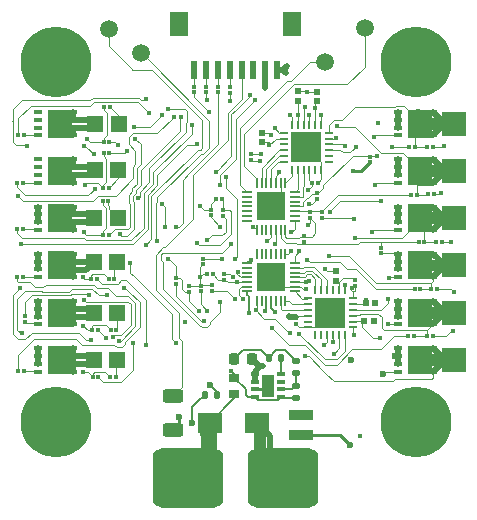
<source format=gbr>
%TF.GenerationSoftware,KiCad,Pcbnew,9.0.6*%
%TF.CreationDate,2025-12-26T21:42:15+01:00*%
%TF.ProjectId,esc,6573632e-6b69-4636-9164-5f7063625858,rev?*%
%TF.SameCoordinates,Original*%
%TF.FileFunction,Copper,L1,Top*%
%TF.FilePolarity,Positive*%
%FSLAX46Y46*%
G04 Gerber Fmt 4.6, Leading zero omitted, Abs format (unit mm)*
G04 Created by KiCad (PCBNEW 9.0.6) date 2025-12-26 21:42:15*
%MOMM*%
%LPD*%
G01*
G04 APERTURE LIST*
G04 Aperture macros list*
%AMRoundRect*
0 Rectangle with rounded corners*
0 $1 Rounding radius*
0 $2 $3 $4 $5 $6 $7 $8 $9 X,Y pos of 4 corners*
0 Add a 4 corners polygon primitive as box body*
4,1,4,$2,$3,$4,$5,$6,$7,$8,$9,$2,$3,0*
0 Add four circle primitives for the rounded corners*
1,1,$1+$1,$2,$3*
1,1,$1+$1,$4,$5*
1,1,$1+$1,$6,$7*
1,1,$1+$1,$8,$9*
0 Add four rect primitives between the rounded corners*
20,1,$1+$1,$2,$3,$4,$5,0*
20,1,$1+$1,$4,$5,$6,$7,0*
20,1,$1+$1,$6,$7,$8,$9,0*
20,1,$1+$1,$8,$9,$2,$3,0*%
G04 Aperture macros list end*
%TA.AperFunction,SMDPad,CuDef*%
%ADD10R,0.300000X0.320000*%
%TD*%
%TA.AperFunction,SMDPad,CuDef*%
%ADD11R,0.280000X0.660000*%
%TD*%
%TA.AperFunction,SMDPad,CuDef*%
%ADD12R,0.660000X0.280000*%
%TD*%
%TA.AperFunction,SMDPad,CuDef*%
%ADD13R,2.550000X2.550000*%
%TD*%
%TA.AperFunction,SMDPad,CuDef*%
%ADD14RoundRect,0.750000X-2.250000X-1.750000X2.250000X-1.750000X2.250000X1.750000X-2.250000X1.750000X0*%
%TD*%
%TA.AperFunction,SMDPad,CuDef*%
%ADD15R,0.370000X0.320000*%
%TD*%
%TA.AperFunction,SMDPad,CuDef*%
%ADD16R,2.000000X2.000000*%
%TD*%
%TA.AperFunction,SMDPad,CuDef*%
%ADD17R,0.320000X0.300000*%
%TD*%
%TA.AperFunction,SMDPad,CuDef*%
%ADD18R,0.800000X0.400000*%
%TD*%
%TA.AperFunction,SMDPad,CuDef*%
%ADD19R,2.100000X2.400000*%
%TD*%
%TA.AperFunction,SMDPad,CuDef*%
%ADD20R,1.410000X1.350000*%
%TD*%
%TA.AperFunction,SMDPad,CuDef*%
%ADD21RoundRect,0.140000X-0.170000X0.140000X-0.170000X-0.140000X0.170000X-0.140000X0.170000X0.140000X0*%
%TD*%
%TA.AperFunction,SMDPad,CuDef*%
%ADD22R,0.600000X0.500000*%
%TD*%
%TA.AperFunction,SMDPad,CuDef*%
%ADD23R,0.500000X0.600000*%
%TD*%
%TA.AperFunction,SMDPad,CuDef*%
%ADD24R,0.200000X0.850000*%
%TD*%
%TA.AperFunction,SMDPad,CuDef*%
%ADD25R,0.850000X0.200000*%
%TD*%
%TA.AperFunction,SMDPad,CuDef*%
%ADD26R,2.400000X2.400000*%
%TD*%
%TA.AperFunction,SMDPad,CuDef*%
%ADD27RoundRect,0.248889X-0.626111X0.311111X-0.626111X-0.311111X0.626111X-0.311111X0.626111X0.311111X0*%
%TD*%
%TA.AperFunction,SMDPad,CuDef*%
%ADD28C,1.500000*%
%TD*%
%TA.AperFunction,SMDPad,CuDef*%
%ADD29R,0.320000X0.370000*%
%TD*%
%TA.AperFunction,SMDPad,CuDef*%
%ADD30R,2.000000X0.850000*%
%TD*%
%TA.AperFunction,SMDPad,CuDef*%
%ADD31RoundRect,0.225000X-0.225000X-0.250000X0.225000X-0.250000X0.225000X0.250000X-0.225000X0.250000X0*%
%TD*%
%TA.AperFunction,SMDPad,CuDef*%
%ADD32RoundRect,0.140000X-0.140000X-0.170000X0.140000X-0.170000X0.140000X0.170000X-0.140000X0.170000X0*%
%TD*%
%TA.AperFunction,SMDPad,CuDef*%
%ADD33R,0.900000X0.800000*%
%TD*%
%TA.AperFunction,SMDPad,CuDef*%
%ADD34R,0.650000X0.450000*%
%TD*%
%TA.AperFunction,SMDPad,CuDef*%
%ADD35R,1.100000X1.900000*%
%TD*%
%TA.AperFunction,SMDPad,CuDef*%
%ADD36R,2.000000X1.800000*%
%TD*%
%TA.AperFunction,SMDPad,CuDef*%
%ADD37R,0.600000X1.550000*%
%TD*%
%TA.AperFunction,SMDPad,CuDef*%
%ADD38R,1.500000X2.000000*%
%TD*%
%TA.AperFunction,ViaPad*%
%ADD39C,0.400000*%
%TD*%
%TA.AperFunction,ViaPad*%
%ADD40C,6.000000*%
%TD*%
%TA.AperFunction,ViaPad*%
%ADD41C,0.600000*%
%TD*%
%TA.AperFunction,Conductor*%
%ADD42C,0.125000*%
%TD*%
%TA.AperFunction,Conductor*%
%ADD43C,0.500000*%
%TD*%
%TA.AperFunction,Conductor*%
%ADD44C,0.250000*%
%TD*%
%TA.AperFunction,Conductor*%
%ADD45C,0.200000*%
%TD*%
G04 APERTURE END LIST*
D10*
%TO.P,R55,1,1*%
%TO.N,/GND*%
X143415000Y-99000000D03*
%TO.P,R55,2,2*%
%TO.N,Net-(Q16-G)*%
X142935000Y-99000000D03*
%TD*%
D11*
%TO.P,U17,1,LIN1*%
%TO.N,/ESC4/LI1*%
X158950000Y-96410000D03*
%TO.P,U17,2,LIN2*%
%TO.N,/ESC4/LI2*%
X159450000Y-96410000D03*
%TO.P,U17,3,LIN3*%
%TO.N,/ESC4/LI3*%
X159950000Y-96410000D03*
%TO.P,U17,4,VCC*%
%TO.N,/+8V*%
X160450000Y-96410000D03*
%TO.P,U17,5,NC*%
%TO.N,unconnected-(U17-NC-Pad5)*%
X160950000Y-96410000D03*
%TO.P,U17,6,COM*%
%TO.N,/GND*%
X161450000Y-96410000D03*
D12*
%TO.P,U17,7,NC*%
%TO.N,unconnected-(U17-NC-Pad7)*%
X162110000Y-95750000D03*
%TO.P,U17,8,NC*%
%TO.N,unconnected-(U17-NC-Pad8)*%
X162110000Y-95250000D03*
%TO.P,U17,9,LO3*%
%TO.N,/ESC4/L03*%
X162110000Y-94750000D03*
%TO.P,U17,10,LO2*%
%TO.N,/ESC4/L02*%
X162110000Y-94250000D03*
%TO.P,U17,11,LO1*%
%TO.N,/ESC4/L01*%
X162110000Y-93750000D03*
%TO.P,U17,12,VS3*%
%TO.N,/ESC4/ESC2_C*%
X162110000Y-93250000D03*
D11*
%TO.P,U17,13,HO3*%
%TO.N,/ESC4/H03*%
X161450000Y-92590000D03*
%TO.P,U17,14,VB3*%
%TO.N,Net-(D12-K)*%
X160950000Y-92590000D03*
%TO.P,U17,15,VS2*%
%TO.N,/ESC4/ESC2_B*%
X160450000Y-92590000D03*
%TO.P,U17,16,HO2*%
%TO.N,/ESC4/H02*%
X159950000Y-92590000D03*
%TO.P,U17,17,VB2*%
%TO.N,Net-(D11-K)*%
X159450000Y-92590000D03*
%TO.P,U17,18,VS1*%
%TO.N,/ESC4/ESC2_A*%
X158950000Y-92590000D03*
D12*
%TO.P,U17,19,HO1*%
%TO.N,/ESC4/H01*%
X158290000Y-93250000D03*
%TO.P,U17,20,VB1*%
%TO.N,Net-(D10-K)*%
X158290000Y-93750000D03*
%TO.P,U17,21,NC*%
%TO.N,unconnected-(U17-NC-Pad21)*%
X158290000Y-94250000D03*
%TO.P,U17,22,HIN1*%
%TO.N,/ESC4/HI1*%
X158290000Y-94750000D03*
%TO.P,U17,23,HIN2*%
%TO.N,/ESC4/HI2*%
X158290000Y-95250000D03*
%TO.P,U17,24,HIN3*%
%TO.N,/ESC4/HI3*%
X158290000Y-95750000D03*
D13*
%TO.P,U17,25,EP*%
%TO.N,/GND*%
X160200000Y-94500000D03*
%TD*%
D14*
%TO.P,GND,1,1*%
%TO.N,/GND*%
X150200000Y-122500000D03*
%TD*%
D15*
%TO.P,C34,1,1*%
%TO.N,Net-(D10-K)*%
X171670000Y-102525000D03*
%TO.P,C34,2,2*%
%TO.N,/ESC4/ESC2_A*%
X171130000Y-102525000D03*
%TD*%
%TO.P,C22,1,1*%
%TO.N,/3V3*%
X153070000Y-98850000D03*
%TO.P,C22,2,2*%
%TO.N,/GND*%
X152530000Y-98850000D03*
%TD*%
D16*
%TO.P,U20,1,1*%
%TO.N,/ESC4/ESC2_C*%
X172700000Y-92500000D03*
%TD*%
D17*
%TO.P,R38,1,1*%
%TO.N,Net-(Q7-G)*%
X136325000Y-109290000D03*
%TO.P,R38,2,2*%
%TO.N,/ESC2/H02*%
X136325000Y-108810000D03*
%TD*%
D18*
%TO.P,Q2,1,S*%
%TO.N,/GND*%
X167950000Y-111520000D03*
%TO.P,Q2,2,S*%
X167950000Y-112180000D03*
%TO.P,Q2,3,S*%
X167950000Y-112830000D03*
%TO.P,Q2,4,G*%
%TO.N,Net-(Q2-G)*%
X167950000Y-113480000D03*
%TO.P,Q2,5,D*%
%TO.N,/ESC1/ESC2_A*%
X170950000Y-113480000D03*
%TO.P,Q2,6,D*%
X170950000Y-112830000D03*
%TO.P,Q2,7,D*%
X170950000Y-112170000D03*
%TO.P,Q2,8,D*%
X170950000Y-111520000D03*
D19*
%TO.P,Q2,9,EP*%
X169800000Y-112500000D03*
%TD*%
D10*
%TO.P,R36,1,1*%
%TO.N,/GND*%
X143940000Y-105625000D03*
%TO.P,R36,2,2*%
%TO.N,Net-(Q12-G)*%
X143460000Y-105625000D03*
%TD*%
D15*
%TO.P,C8,1,1*%
%TO.N,Net-(D2-K)*%
X170945000Y-110500000D03*
%TO.P,C8,2,2*%
%TO.N,/ESC1/ESC2_B*%
X170405000Y-110500000D03*
%TD*%
%TO.P,C9,1,1*%
%TO.N,Net-(D3-K)*%
X171270000Y-106500000D03*
%TO.P,C9,2,2*%
%TO.N,/ESC1/ESC2_C*%
X170730000Y-106500000D03*
%TD*%
D20*
%TO.P,C12,1,1*%
%TO.N,/GND*%
X144175000Y-112500000D03*
%TO.P,C12,2,2*%
%TO.N,/VIN*%
X142175000Y-112500000D03*
%TD*%
D17*
%TO.P,R12,1,1*%
%TO.N,Net-(U3-PA2)*%
X150700000Y-89840000D03*
%TO.P,R12,2,2*%
%TO.N,/PWM1*%
X150700000Y-89360000D03*
%TD*%
D18*
%TO.P,Q11,1,S*%
%TO.N,/ESC2/ESC2_C*%
X137450000Y-103520000D03*
%TO.P,Q11,2,S*%
X137450000Y-104180000D03*
%TO.P,Q11,3,S*%
X137450000Y-104830000D03*
%TO.P,Q11,4,G*%
%TO.N,Net-(Q11-G)*%
X137450000Y-105480000D03*
%TO.P,Q11,5,D*%
%TO.N,/VIN*%
X140450000Y-105480000D03*
%TO.P,Q11,6,D*%
X140450000Y-104830000D03*
%TO.P,Q11,7,D*%
X140450000Y-104170000D03*
%TO.P,Q11,8,D*%
X140450000Y-103520000D03*
D19*
%TO.P,Q11,9,EP*%
X139300000Y-104500000D03*
%TD*%
D21*
%TO.P,R89,1*%
%TO.N,Net-(U22-FB)*%
X159300000Y-114700000D03*
%TO.P,R89,2*%
%TO.N,/3V3*%
X159300000Y-115700000D03*
%TD*%
D10*
%TO.P,R58,1,1*%
%TO.N,Net-(Q15-G)*%
X136180000Y-101400000D03*
%TO.P,R58,2,2*%
%TO.N,/ESC3/H01*%
X135700000Y-101400000D03*
%TD*%
D17*
%TO.P,R75,1,1*%
%TO.N,Net-(U16-PA2)*%
X153700000Y-89865000D03*
%TO.P,R75,2,2*%
%TO.N,/PWM4*%
X153700000Y-89385000D03*
%TD*%
D22*
%TO.P,D11,1,K*%
%TO.N,Net-(D11-K)*%
X159450000Y-90550000D03*
%TO.P,D11,2,A*%
%TO.N,/+8V*%
X159450000Y-89750000D03*
%TD*%
D17*
%TO.P,R71,1,1*%
%TO.N,Net-(U16-PA4)*%
X160500000Y-100010000D03*
%TO.P,R71,2,2*%
%TO.N,Net-(U16-PA1)*%
X160500000Y-100490000D03*
%TD*%
D16*
%TO.P,U8,1,1*%
%TO.N,/ESC1/ESC2_B*%
X172700000Y-108500000D03*
%TD*%
D17*
%TO.P,R67,1,1*%
%TO.N,Net-(U16-PA0)*%
X166525000Y-102985000D03*
%TO.P,R67,2,2*%
%TO.N,/GND*%
X166525000Y-103465000D03*
%TD*%
%TO.P,R70,1,1*%
%TO.N,Net-(U16-PA5)*%
X161125000Y-98385000D03*
%TO.P,R70,2,2*%
%TO.N,Net-(U16-PA1)*%
X161125000Y-98865000D03*
%TD*%
D10*
%TO.P,R57,1,1*%
%TO.N,/GND*%
X143540000Y-91075000D03*
%TO.P,R57,2,2*%
%TO.N,Net-(Q18-G)*%
X143060000Y-91075000D03*
%TD*%
%TO.P,R42,1,1*%
%TO.N,Net-(Q11-G)*%
X136190000Y-105475000D03*
%TO.P,R42,2,2*%
%TO.N,/ESC2/H03*%
X135710000Y-105475000D03*
%TD*%
D18*
%TO.P,Q17,1,S*%
%TO.N,/ESC3/ESC2_C*%
X137450000Y-91520000D03*
%TO.P,Q17,2,S*%
X137450000Y-92180000D03*
%TO.P,Q17,3,S*%
X137450000Y-92830000D03*
%TO.P,Q17,4,G*%
%TO.N,Net-(Q17-G)*%
X137450000Y-93480000D03*
%TO.P,Q17,5,D*%
%TO.N,/VIN*%
X140450000Y-93480000D03*
%TO.P,Q17,6,D*%
X140450000Y-92830000D03*
%TO.P,Q17,7,D*%
X140450000Y-92170000D03*
%TO.P,Q17,8,D*%
X140450000Y-91520000D03*
D19*
%TO.P,Q17,9,EP*%
X139300000Y-92500000D03*
%TD*%
D18*
%TO.P,Q4,1,S*%
%TO.N,/GND*%
X167950000Y-107520000D03*
%TO.P,Q4,2,S*%
X167950000Y-108180000D03*
%TO.P,Q4,3,S*%
X167950000Y-108830000D03*
%TO.P,Q4,4,G*%
%TO.N,Net-(Q4-G)*%
X167950000Y-109480000D03*
%TO.P,Q4,5,D*%
%TO.N,/ESC1/ESC2_B*%
X170950000Y-109480000D03*
%TO.P,Q4,6,D*%
X170950000Y-108830000D03*
%TO.P,Q4,7,D*%
X170950000Y-108170000D03*
%TO.P,Q4,8,D*%
X170950000Y-107520000D03*
D19*
%TO.P,Q4,9,EP*%
X169800000Y-108500000D03*
%TD*%
D23*
%TO.P,D3,1,K*%
%TO.N,Net-(D3-K)*%
X165100000Y-109200000D03*
%TO.P,D3,2,A*%
%TO.N,/+8V*%
X165900000Y-109200000D03*
%TD*%
D20*
%TO.P,C19,1,1*%
%TO.N,/GND*%
X144300000Y-92550000D03*
%TO.P,C19,2,2*%
%TO.N,/VIN*%
X142300000Y-92550000D03*
%TD*%
D17*
%TO.P,R27,1,1*%
%TO.N,Net-(U1-PA4)*%
X151250000Y-106690000D03*
%TO.P,R27,2,2*%
%TO.N,/GND*%
X151250000Y-106210000D03*
%TD*%
D22*
%TO.P,D1,1,K*%
%TO.N,Net-(D1-K)*%
X162700000Y-105800000D03*
%TO.P,D1,2,A*%
%TO.N,/+8V*%
X162700000Y-105000000D03*
%TD*%
D10*
%TO.P,R63,1,1*%
%TO.N,Net-(Q17-G)*%
X136290000Y-93450000D03*
%TO.P,R63,2,2*%
%TO.N,/ESC3/H03*%
X135810000Y-93450000D03*
%TD*%
D22*
%TO.P,D10,1,K*%
%TO.N,Net-(D10-K)*%
X156450000Y-94050000D03*
%TO.P,D10,2,A*%
%TO.N,/+8V*%
X156450000Y-93250000D03*
%TD*%
D18*
%TO.P,Q6,1,S*%
%TO.N,/GND*%
X167950000Y-103520000D03*
%TO.P,Q6,2,S*%
X167950000Y-104180000D03*
%TO.P,Q6,3,S*%
X167950000Y-104830000D03*
%TO.P,Q6,4,G*%
%TO.N,Net-(Q6-G)*%
X167950000Y-105480000D03*
%TO.P,Q6,5,D*%
%TO.N,/ESC1/ESC2_C*%
X170950000Y-105480000D03*
%TO.P,Q6,6,D*%
X170950000Y-104830000D03*
%TO.P,Q6,7,D*%
X170950000Y-104170000D03*
%TO.P,Q6,8,D*%
X170950000Y-103520000D03*
D19*
%TO.P,Q6,9,EP*%
X169800000Y-104500000D03*
%TD*%
D17*
%TO.P,R31,1,1*%
%TO.N,/GND*%
X151450000Y-104390000D03*
%TO.P,R31,2,2*%
%TO.N,Net-(U1-BOOT0)*%
X151450000Y-103910000D03*
%TD*%
D15*
%TO.P,C13,1,1*%
%TO.N,/3V3*%
X152295000Y-105250000D03*
%TO.P,C13,2,2*%
%TO.N,/GND*%
X151755000Y-105250000D03*
%TD*%
D17*
%TO.P,R68,1,1*%
%TO.N,Net-(U16-PA5)*%
X165550000Y-95285000D03*
%TO.P,R68,2,2*%
%TO.N,/GND*%
X165550000Y-95765000D03*
%TD*%
D10*
%TO.P,R2,1,1*%
%TO.N,/ESC1/ESC2_B*%
X169315000Y-110500000D03*
%TO.P,R2,2,2*%
%TO.N,Net-(U3-PA4)*%
X168835000Y-110500000D03*
%TD*%
D18*
%TO.P,Q9,1,S*%
%TO.N,/ESC2/ESC2_A*%
X137450000Y-111520000D03*
%TO.P,Q9,2,S*%
X137450000Y-112180000D03*
%TO.P,Q9,3,S*%
X137450000Y-112830000D03*
%TO.P,Q9,4,G*%
%TO.N,Net-(Q9-G)*%
X137450000Y-113480000D03*
%TO.P,Q9,5,D*%
%TO.N,/VIN*%
X140450000Y-113480000D03*
%TO.P,Q9,6,D*%
X140450000Y-112830000D03*
%TO.P,Q9,7,D*%
X140450000Y-112170000D03*
%TO.P,Q9,8,D*%
X140450000Y-111520000D03*
D19*
%TO.P,Q9,9,EP*%
X139300000Y-112500000D03*
%TD*%
D17*
%TO.P,R25,1,1*%
%TO.N,Net-(U1-PA0)*%
X152225000Y-106665000D03*
%TO.P,R25,2,2*%
%TO.N,/GND*%
X152225000Y-106185000D03*
%TD*%
D15*
%TO.P,C35,1,1*%
%TO.N,Net-(D11-K)*%
X171025000Y-98475000D03*
%TO.P,C35,2,2*%
%TO.N,/ESC4/ESC2_B*%
X170485000Y-98475000D03*
%TD*%
D10*
%TO.P,R37,1,1*%
%TO.N,Net-(Q9-G)*%
X136255000Y-113450000D03*
%TO.P,R37,2,2*%
%TO.N,/ESC2/H01*%
X135775000Y-113450000D03*
%TD*%
D24*
%TO.P,U16,1,BOOT0*%
%TO.N,Net-(U16-BOOT0)*%
X156000000Y-101500000D03*
%TO.P,U16,2,PF0/OSC_IN/*%
%TO.N,unconnected-(U16-PF0{slash}OSC_IN{slash}-Pad2)*%
X156400000Y-101500000D03*
%TO.P,U16,3,PF1/OSC_OUT*%
%TO.N,unconnected-(U16-PF1{slash}OSC_OUT-Pad3)*%
X156800000Y-101500000D03*
%TO.P,U16,4,NRST*%
%TO.N,Net-(U16-NRST)*%
X157200000Y-101500000D03*
%TO.P,U16,5,VDDA*%
%TO.N,/3V3*%
X157600000Y-101500000D03*
%TO.P,U16,6,PA0*%
%TO.N,Net-(U16-PA0)*%
X158000000Y-101500000D03*
%TO.P,U16,7,PA1*%
%TO.N,Net-(U16-PA1)*%
X158400000Y-101500000D03*
D25*
%TO.P,U16,8,PA2*%
%TO.N,Net-(U16-PA2)*%
X159200000Y-100700000D03*
%TO.P,U16,9,PA3*%
%TO.N,unconnected-(U16-PA3-Pad9)*%
X159200000Y-100300000D03*
%TO.P,U16,10,PA4*%
%TO.N,Net-(U16-PA4)*%
X159200000Y-99900000D03*
%TO.P,U16,11,PA5*%
%TO.N,Net-(U16-PA5)*%
X159200000Y-99500000D03*
%TO.P,U16,12,PA6*%
%TO.N,unconnected-(U16-PA6-Pad12)*%
X159200000Y-99100000D03*
%TO.P,U16,13,PA7*%
%TO.N,/ESC4/LI3*%
X159200000Y-98700000D03*
%TO.P,U16,14,PB0*%
%TO.N,/ESC4/LI2*%
X159200000Y-98300000D03*
D24*
%TO.P,U16,15,PB1*%
%TO.N,/ESC4/LI1*%
X158400000Y-97500000D03*
%TO.P,U16,16,VSS*%
%TO.N,/GND*%
X158000000Y-97500000D03*
%TO.P,U16,17,VDD*%
%TO.N,/3V3*%
X157600000Y-97500000D03*
%TO.P,U16,18,PA8*%
%TO.N,/ESC4/HI3*%
X157200000Y-97500000D03*
%TO.P,U16,19,PA9*%
%TO.N,/ESC4/HI2*%
X156800000Y-97500000D03*
%TO.P,U16,20,PA10*%
%TO.N,/ESC4/HI1*%
X156400000Y-97500000D03*
%TO.P,U16,21,PA13*%
%TO.N,/ESC4/SWDIO*%
X156000000Y-97500000D03*
D25*
%TO.P,U16,22,PA14*%
%TO.N,/ESC4/SWCLK*%
X155200000Y-98300000D03*
%TO.P,U16,23,PA15*%
%TO.N,unconnected-(U16-PA15-Pad23)*%
X155200000Y-98700000D03*
%TO.P,U16,24,PB3*%
%TO.N,unconnected-(U16-PB3-Pad24)*%
X155200000Y-99100000D03*
%TO.P,U16,25,PB4*%
%TO.N,unconnected-(U16-PB4-Pad25)*%
X155200000Y-99500000D03*
%TO.P,U16,26,PB5*%
%TO.N,unconnected-(U16-PB5-Pad26)*%
X155200000Y-99900000D03*
%TO.P,U16,27,PB6*%
%TO.N,unconnected-(U16-PB6-Pad27)*%
X155200000Y-100300000D03*
%TO.P,U16,28,PB7*%
%TO.N,unconnected-(U16-PB7-Pad28)*%
X155200000Y-100700000D03*
D26*
%TO.P,U16,29,GPAD*%
%TO.N,/GND*%
X157200000Y-99500000D03*
%TD*%
D17*
%TO.P,R26,1,1*%
%TO.N,Net-(U1-PA5)*%
X150275000Y-106715000D03*
%TO.P,R26,2,2*%
%TO.N,/GND*%
X150275000Y-106235000D03*
%TD*%
D20*
%TO.P,C10,1,1*%
%TO.N,/GND*%
X144175000Y-104175000D03*
%TO.P,C10,2,2*%
%TO.N,/VIN*%
X142175000Y-104175000D03*
%TD*%
D27*
%TO.P,R87,1*%
%TO.N,/CUR*%
X148900000Y-115540000D03*
%TO.P,R87,2*%
%TO.N,Net-(U24-OUT)*%
X148900000Y-118460000D03*
%TD*%
D16*
%TO.P,U9,1,1*%
%TO.N,/ESC1/ESC2_A*%
X172700000Y-112500000D03*
%TD*%
D18*
%TO.P,Q15,1,S*%
%TO.N,/ESC3/ESC2_A*%
X137450000Y-99520000D03*
%TO.P,Q15,2,S*%
X137450000Y-100180000D03*
%TO.P,Q15,3,S*%
X137450000Y-100830000D03*
%TO.P,Q15,4,G*%
%TO.N,Net-(Q15-G)*%
X137450000Y-101480000D03*
%TO.P,Q15,5,D*%
%TO.N,/VIN*%
X140450000Y-101480000D03*
%TO.P,Q15,6,D*%
X140450000Y-100830000D03*
%TO.P,Q15,7,D*%
X140450000Y-100170000D03*
%TO.P,Q15,8,D*%
X140450000Y-99520000D03*
D19*
%TO.P,Q15,9,EP*%
X139300000Y-100500000D03*
%TD*%
D15*
%TO.P,C36,1,1*%
%TO.N,Net-(D12-K)*%
X170920000Y-94500000D03*
%TO.P,C36,2,2*%
%TO.N,/ESC4/ESC2_C*%
X170380000Y-94500000D03*
%TD*%
D18*
%TO.P,Q20,1,S*%
%TO.N,/GND*%
X167950000Y-95520000D03*
%TO.P,Q20,2,S*%
X167950000Y-96180000D03*
%TO.P,Q20,3,S*%
X167950000Y-96830000D03*
%TO.P,Q20,4,G*%
%TO.N,Net-(Q20-G)*%
X167950000Y-97480000D03*
%TO.P,Q20,5,D*%
%TO.N,/ESC4/ESC2_B*%
X170950000Y-97480000D03*
%TO.P,Q20,6,D*%
X170950000Y-96830000D03*
%TO.P,Q20,7,D*%
X170950000Y-96170000D03*
%TO.P,Q20,8,D*%
X170950000Y-95520000D03*
D19*
%TO.P,Q20,9,EP*%
X169800000Y-96500000D03*
%TD*%
D15*
%TO.P,C32,1,1*%
%TO.N,/+8V*%
X160650000Y-97475000D03*
%TO.P,C32,2,2*%
%TO.N,/GND*%
X161190000Y-97475000D03*
%TD*%
D14*
%TO.P,VBAT,1,1*%
%TO.N,/VBAT*%
X158200000Y-122500000D03*
%TD*%
D17*
%TO.P,R72,1,1*%
%TO.N,Net-(U16-PA0)*%
X160000000Y-102500000D03*
%TO.P,R72,2,2*%
%TO.N,Net-(U16-PA1)*%
X160000000Y-102020000D03*
%TD*%
D28*
%TO.P,SWC4,1,1*%
%TO.N,/ESC4/SWCLK*%
X161800000Y-87275000D03*
%TD*%
D17*
%TO.P,R28,1,1*%
%TO.N,Net-(U1-PA5)*%
X149175000Y-105560000D03*
%TO.P,R28,2,2*%
%TO.N,Net-(U1-PA1)*%
X149175000Y-106040000D03*
%TD*%
D10*
%TO.P,R60,1,1*%
%TO.N,Net-(Q16-G)*%
X143010000Y-101900000D03*
%TO.P,R60,2,2*%
%TO.N,/ESC3/L01*%
X143490000Y-101900000D03*
%TD*%
D20*
%TO.P,C21,1,1*%
%TO.N,/GND*%
X144225000Y-100450000D03*
%TO.P,C21,2,2*%
%TO.N,/VIN*%
X142225000Y-100450000D03*
%TD*%
D29*
%TO.P,C33,1,1*%
%TO.N,/3V3*%
X155500000Y-95055000D03*
%TO.P,C33,2,2*%
%TO.N,/GND*%
X155500000Y-95595000D03*
%TD*%
D18*
%TO.P,Q22,1,S*%
%TO.N,/GND*%
X167950000Y-99520000D03*
%TO.P,Q22,2,S*%
X167950000Y-100180000D03*
%TO.P,Q22,3,S*%
X167950000Y-100830000D03*
%TO.P,Q22,4,G*%
%TO.N,Net-(Q22-G)*%
X167950000Y-101480000D03*
%TO.P,Q22,5,D*%
%TO.N,/ESC4/ESC2_A*%
X170950000Y-101480000D03*
%TO.P,Q22,6,D*%
X170950000Y-100830000D03*
%TO.P,Q22,7,D*%
X170950000Y-100170000D03*
%TO.P,Q22,8,D*%
X170950000Y-99520000D03*
D19*
%TO.P,Q22,9,EP*%
X169800000Y-100500000D03*
%TD*%
D16*
%TO.P,U19,1,1*%
%TO.N,/ESC4/ESC2_B*%
X172700000Y-96500000D03*
%TD*%
D29*
%TO.P,C7,1,1*%
%TO.N,Net-(D1-K)*%
X164300000Y-105730000D03*
%TO.P,C7,2,2*%
%TO.N,/ESC1/ESC2_A*%
X164300000Y-106270000D03*
%TD*%
D12*
%TO.P,U4,1,LIN1*%
%TO.N,/ESC1/LI1*%
X160290000Y-107250000D03*
%TO.P,U4,2,LIN2*%
%TO.N,/ESC1/LI2*%
X160290000Y-107750000D03*
%TO.P,U4,3,LIN3*%
%TO.N,/ESC1/LI3*%
X160290000Y-108250000D03*
%TO.P,U4,4,VCC*%
%TO.N,/+8V*%
X160290000Y-108750000D03*
%TO.P,U4,5,NC*%
%TO.N,unconnected-(U4-NC-Pad5)*%
X160290000Y-109250000D03*
%TO.P,U4,6,COM*%
%TO.N,/GND*%
X160290000Y-109750000D03*
D11*
%TO.P,U4,7,NC*%
%TO.N,unconnected-(U4-NC-Pad7)*%
X160950000Y-110410000D03*
%TO.P,U4,8,NC*%
%TO.N,unconnected-(U4-NC-Pad8)*%
X161450000Y-110410000D03*
%TO.P,U4,9,LO3*%
%TO.N,/ESC1/L03*%
X161950000Y-110410000D03*
%TO.P,U4,10,LO2*%
%TO.N,/ESC1/L02*%
X162450000Y-110410000D03*
%TO.P,U4,11,LO1*%
%TO.N,/ESC1/L01*%
X162950000Y-110410000D03*
%TO.P,U4,12,VS3*%
%TO.N,/ESC1/ESC2_C*%
X163450000Y-110410000D03*
D12*
%TO.P,U4,13,HO3*%
%TO.N,/ESC1/H03*%
X164110000Y-109750000D03*
%TO.P,U4,14,VB3*%
%TO.N,Net-(D3-K)*%
X164110000Y-109250000D03*
%TO.P,U4,15,VS2*%
%TO.N,/ESC1/ESC2_B*%
X164110000Y-108750000D03*
%TO.P,U4,16,HO2*%
%TO.N,/ESC1/H02*%
X164110000Y-108250000D03*
%TO.P,U4,17,VB2*%
%TO.N,Net-(D2-K)*%
X164110000Y-107750000D03*
%TO.P,U4,18,VS1*%
%TO.N,/ESC1/ESC2_A*%
X164110000Y-107250000D03*
D11*
%TO.P,U4,19,HO1*%
%TO.N,/ESC1/H01*%
X163450000Y-106590000D03*
%TO.P,U4,20,VB1*%
%TO.N,Net-(D1-K)*%
X162950000Y-106590000D03*
%TO.P,U4,21,NC*%
%TO.N,unconnected-(U4-NC-Pad21)*%
X162450000Y-106590000D03*
%TO.P,U4,22,HIN1*%
%TO.N,/ESC1/HI1*%
X161950000Y-106590000D03*
%TO.P,U4,23,HIN2*%
%TO.N,/ESC1/HI2*%
X161450000Y-106590000D03*
%TO.P,U4,24,HIN3*%
%TO.N,/ESC1/HI3*%
X160950000Y-106590000D03*
D13*
%TO.P,U4,25,EP*%
%TO.N,/GND*%
X162200000Y-108500000D03*
%TD*%
D10*
%TO.P,R62,1,1*%
%TO.N,Net-(Q18-G)*%
X143020000Y-94025000D03*
%TO.P,R62,2,2*%
%TO.N,/ESC3/L03*%
X143500000Y-94025000D03*
%TD*%
D23*
%TO.P,D2,1,K*%
%TO.N,Net-(D2-K)*%
X165200000Y-107700000D03*
%TO.P,D2,2,A*%
%TO.N,/+8V*%
X166000000Y-107700000D03*
%TD*%
D17*
%TO.P,R32,1,1*%
%TO.N,/3V3*%
X153175000Y-105690000D03*
%TO.P,R32,2,2*%
%TO.N,Net-(U1-NRST)*%
X153175000Y-105210000D03*
%TD*%
D10*
%TO.P,R61,1,1*%
%TO.N,Net-(Q14-G)*%
X143035000Y-94975000D03*
%TO.P,R61,2,2*%
%TO.N,/ESC3/L02*%
X143515000Y-94975000D03*
%TD*%
%TO.P,R35,1,1*%
%TO.N,/GND*%
X144090000Y-109975000D03*
%TO.P,R35,2,2*%
%TO.N,Net-(Q8-G)*%
X143610000Y-109975000D03*
%TD*%
D30*
%TO.P,L1,1,1*%
%TO.N,Net-(U21-SW)*%
X159700000Y-118830000D03*
%TO.P,L1,2,2*%
%TO.N,/+8V*%
X159700000Y-117170000D03*
%TD*%
D16*
%TO.P,U7,1,1*%
%TO.N,/ESC1/ESC2_C*%
X172700000Y-104500000D03*
%TD*%
D22*
%TO.P,D12,1,K*%
%TO.N,Net-(D12-K)*%
X161050000Y-90575000D03*
%TO.P,D12,2,A*%
%TO.N,/+8V*%
X161050000Y-89775000D03*
%TD*%
D16*
%TO.P,U18,1,1*%
%TO.N,/ESC4/ESC2_A*%
X172700000Y-100500000D03*
%TD*%
D31*
%TO.P,C51,1*%
%TO.N,/GND*%
X154020000Y-112400000D03*
%TO.P,C51,2*%
%TO.N,/+8V*%
X155580000Y-112400000D03*
%TD*%
D32*
%TO.P,C49,1*%
%TO.N,/VIN*%
X151600000Y-115500000D03*
%TO.P,C49,2*%
%TO.N,/VBAT*%
X152600000Y-115500000D03*
%TD*%
D21*
%TO.P,R90,1*%
%TO.N,/GND*%
X159300000Y-112600000D03*
%TO.P,R90,2*%
%TO.N,Net-(U22-FB)*%
X159300000Y-113600000D03*
%TD*%
D10*
%TO.P,R56,1,1*%
%TO.N,/GND*%
X143490000Y-97900000D03*
%TO.P,R56,2,2*%
%TO.N,Net-(Q14-G)*%
X143010000Y-97900000D03*
%TD*%
%TO.P,R41,1,1*%
%TO.N,Net-(Q12-G)*%
X141960000Y-105625000D03*
%TO.P,R41,2,2*%
%TO.N,/ESC2/L03*%
X142440000Y-105625000D03*
%TD*%
%TO.P,R65,1,1*%
%TO.N,/ESC4/ESC2_B*%
X169515000Y-98525000D03*
%TO.P,R65,2,2*%
%TO.N,Net-(U16-PA4)*%
X169035000Y-98525000D03*
%TD*%
D33*
%TO.P,C52,1,1*%
%TO.N,/GND*%
X154100000Y-115400000D03*
%TO.P,C52,2,2*%
%TO.N,/3V3*%
X154100000Y-114000000D03*
%TD*%
D17*
%TO.P,R53,1,1*%
%TO.N,/3V3*%
X153100000Y-99795000D03*
%TO.P,R53,2,2*%
%TO.N,Net-(U11-NRST)*%
X153100000Y-100275000D03*
%TD*%
%TO.P,R52,1,1*%
%TO.N,/GND*%
X152075000Y-99785000D03*
%TO.P,R52,2,2*%
%TO.N,Net-(U11-BOOT0)*%
X152075000Y-100265000D03*
%TD*%
D32*
%TO.P,C53,1*%
%TO.N,/GND*%
X157000000Y-112300000D03*
%TO.P,C53,2*%
%TO.N,Net-(U22-SS{slash}TR)*%
X158000000Y-112300000D03*
%TD*%
D29*
%TO.P,C6,1,1*%
%TO.N,/3V3*%
X160200000Y-105930000D03*
%TO.P,C6,2,2*%
%TO.N,/GND*%
X160200000Y-106470000D03*
%TD*%
%TO.P,C5,1,1*%
%TO.N,/+8V*%
X159300000Y-108930000D03*
%TO.P,C5,2,2*%
%TO.N,/GND*%
X159300000Y-109470000D03*
%TD*%
D10*
%TO.P,R39,1,1*%
%TO.N,Net-(Q10-G)*%
X142095000Y-113950000D03*
%TO.P,R39,2,2*%
%TO.N,/ESC2/L01*%
X142575000Y-113950000D03*
%TD*%
D28*
%TO.P,SWD2,1,1*%
%TO.N,/ESC2/SWDIO*%
X143475000Y-84450000D03*
%TD*%
D10*
%TO.P,R64,1,1*%
%TO.N,/ESC4/ESC2_C*%
X169375000Y-94500000D03*
%TO.P,R64,2,2*%
%TO.N,Net-(U16-PA5)*%
X168895000Y-94500000D03*
%TD*%
%TO.P,R66,1,1*%
%TO.N,/ESC4/ESC2_A*%
X170165000Y-102525000D03*
%TO.P,R66,2,2*%
%TO.N,Net-(U16-PA0)*%
X169685000Y-102525000D03*
%TD*%
D20*
%TO.P,C11,1,1*%
%TO.N,/GND*%
X144175000Y-108525000D03*
%TO.P,C11,2,2*%
%TO.N,/VIN*%
X142175000Y-108525000D03*
%TD*%
D18*
%TO.P,Q24,1,S*%
%TO.N,/GND*%
X167950000Y-91520000D03*
%TO.P,Q24,2,S*%
X167950000Y-92180000D03*
%TO.P,Q24,3,S*%
X167950000Y-92830000D03*
%TO.P,Q24,4,G*%
%TO.N,Net-(Q24-G)*%
X167950000Y-93480000D03*
%TO.P,Q24,5,D*%
%TO.N,/ESC4/ESC2_C*%
X170950000Y-93480000D03*
%TO.P,Q24,6,D*%
X170950000Y-92830000D03*
%TO.P,Q24,7,D*%
X170950000Y-92170000D03*
%TO.P,Q24,8,D*%
X170950000Y-91520000D03*
D19*
%TO.P,Q24,9,EP*%
X169800000Y-92500000D03*
%TD*%
D34*
%TO.P,U22,1,EN*%
%TO.N,/+8V*%
X155800000Y-113700000D03*
%TO.P,U22,2,VIN*%
X155800000Y-114350000D03*
%TO.P,U22,3,GND*%
%TO.N,/GND*%
X155800000Y-114990000D03*
%TO.P,U22,4,VOUT*%
%TO.N,/3V3*%
X155800000Y-115640000D03*
%TO.P,U22,5,VOUT*%
X158060000Y-115640000D03*
%TO.P,U22,6,FB*%
%TO.N,Net-(U22-FB)*%
X158060000Y-114990000D03*
%TO.P,U22,7,PG*%
%TO.N,unconnected-(U22-PG-Pad7)*%
X158060000Y-114350000D03*
%TO.P,U22,8,SS/TR*%
%TO.N,Net-(U22-SS{slash}TR)*%
X158060000Y-113700000D03*
D35*
%TO.P,U22,9,EP*%
%TO.N,/GND*%
X156930000Y-114670000D03*
%TD*%
D28*
%TO.P,SWC2,1,1*%
%TO.N,/ESC2/SWCLK*%
X146225000Y-86550000D03*
%TD*%
D36*
%TO.P,D17,1,C*%
%TO.N,/VBAT*%
X156000000Y-117800000D03*
%TO.P,D17,2,A*%
%TO.N,/GND*%
X152000000Y-117800000D03*
%TD*%
D28*
%TO.P,SWD4,1,1*%
%TO.N,/ESC4/SWDIO*%
X165125000Y-84400000D03*
%TD*%
D25*
%TO.P,U3,1,BOOT0*%
%TO.N,Net-(U3-BOOT0)*%
X155200000Y-104300000D03*
%TO.P,U3,2,PF0/OSC_IN/*%
%TO.N,unconnected-(U3-PF0{slash}OSC_IN{slash}-Pad2)*%
X155200000Y-104700000D03*
%TO.P,U3,3,PF1/OSC_OUT*%
%TO.N,unconnected-(U3-PF1{slash}OSC_OUT-Pad3)*%
X155200000Y-105100000D03*
%TO.P,U3,4,NRST*%
%TO.N,Net-(U3-NRST)*%
X155200000Y-105500000D03*
%TO.P,U3,5,VDDA*%
%TO.N,/3V3*%
X155200000Y-105900000D03*
%TO.P,U3,6,PA0*%
%TO.N,Net-(U3-PA0)*%
X155200000Y-106300000D03*
%TO.P,U3,7,PA1*%
%TO.N,Net-(U3-PA1)*%
X155200000Y-106700000D03*
D24*
%TO.P,U3,8,PA2*%
%TO.N,Net-(U3-PA2)*%
X156000000Y-107500000D03*
%TO.P,U3,9,PA3*%
%TO.N,unconnected-(U3-PA3-Pad9)*%
X156400000Y-107500000D03*
%TO.P,U3,10,PA4*%
%TO.N,Net-(U3-PA4)*%
X156800000Y-107500000D03*
%TO.P,U3,11,PA5*%
%TO.N,Net-(U3-PA5)*%
X157200000Y-107500000D03*
%TO.P,U3,12,PA6*%
%TO.N,unconnected-(U3-PA6-Pad12)*%
X157600000Y-107500000D03*
%TO.P,U3,13,PA7*%
%TO.N,/ESC1/LI3*%
X158000000Y-107500000D03*
%TO.P,U3,14,PB0*%
%TO.N,/ESC1/LI2*%
X158400000Y-107500000D03*
D25*
%TO.P,U3,15,PB1*%
%TO.N,/ESC1/LI1*%
X159200000Y-106700000D03*
%TO.P,U3,16,VSS*%
%TO.N,/GND*%
X159200000Y-106300000D03*
%TO.P,U3,17,VDD*%
%TO.N,/3V3*%
X159200000Y-105900000D03*
%TO.P,U3,18,PA8*%
%TO.N,/ESC1/HI3*%
X159200000Y-105500000D03*
%TO.P,U3,19,PA9*%
%TO.N,/ESC1/HI2*%
X159200000Y-105100000D03*
%TO.P,U3,20,PA10*%
%TO.N,/ESC1/HI1*%
X159200000Y-104700000D03*
%TO.P,U3,21,PA13*%
%TO.N,/ESC1/SWDIO*%
X159200000Y-104300000D03*
D24*
%TO.P,U3,22,PA14*%
%TO.N,/ESC1/SWCLK*%
X158400000Y-103500000D03*
%TO.P,U3,23,PA15*%
%TO.N,unconnected-(U3-PA15-Pad23)*%
X158000000Y-103500000D03*
%TO.P,U3,24,PB3*%
%TO.N,unconnected-(U3-PB3-Pad24)*%
X157600000Y-103500000D03*
%TO.P,U3,25,PB4*%
%TO.N,unconnected-(U3-PB4-Pad25)*%
X157200000Y-103500000D03*
%TO.P,U3,26,PB5*%
%TO.N,unconnected-(U3-PB5-Pad26)*%
X156800000Y-103500000D03*
%TO.P,U3,27,PB6*%
%TO.N,unconnected-(U3-PB6-Pad27)*%
X156400000Y-103500000D03*
%TO.P,U3,28,PB7*%
%TO.N,unconnected-(U3-PB7-Pad28)*%
X156000000Y-103500000D03*
D26*
%TO.P,U3,29,GPAD*%
%TO.N,/GND*%
X157200000Y-105500000D03*
%TD*%
D17*
%TO.P,R54,1,1*%
%TO.N,Net-(U11-PA2)*%
X152725000Y-89840000D03*
%TO.P,R54,2,2*%
%TO.N,/PWM3*%
X152725000Y-89360000D03*
%TD*%
D18*
%TO.P,Q13,1,S*%
%TO.N,/ESC3/ESC2_B*%
X137450000Y-95520000D03*
%TO.P,Q13,2,S*%
X137450000Y-96180000D03*
%TO.P,Q13,3,S*%
X137450000Y-96830000D03*
%TO.P,Q13,4,G*%
%TO.N,Net-(Q13-G)*%
X137450000Y-97480000D03*
%TO.P,Q13,5,D*%
%TO.N,/VIN*%
X140450000Y-97480000D03*
%TO.P,Q13,6,D*%
X140450000Y-96830000D03*
%TO.P,Q13,7,D*%
X140450000Y-96170000D03*
%TO.P,Q13,8,D*%
X140450000Y-95520000D03*
D19*
%TO.P,Q13,9,EP*%
X139300000Y-96500000D03*
%TD*%
D10*
%TO.P,R59,1,1*%
%TO.N,Net-(Q13-G)*%
X136165000Y-97475000D03*
%TO.P,R59,2,2*%
%TO.N,/ESC3/H02*%
X135685000Y-97475000D03*
%TD*%
%TO.P,R34,1,1*%
%TO.N,/GND*%
X144040000Y-113950000D03*
%TO.P,R34,2,2*%
%TO.N,Net-(Q10-G)*%
X143560000Y-113950000D03*
%TD*%
D37*
%TO.P,P1,1,1*%
%TO.N,/VIN*%
X157700000Y-87940000D03*
%TO.P,P1,2,2*%
%TO.N,/GND*%
X156700000Y-87940000D03*
%TO.P,P1,3,3*%
%TO.N,unconnected-(P1-Pad3)*%
X155700000Y-87940000D03*
%TO.P,P1,4,4*%
%TO.N,/CUR*%
X154700000Y-87940000D03*
%TO.P,P1,5,5*%
%TO.N,/PWM4*%
X153700000Y-87940000D03*
%TO.P,P1,6,6*%
%TO.N,/PWM3*%
X152700000Y-87940000D03*
%TO.P,P1,7,7*%
%TO.N,/PWM2*%
X151700000Y-87940000D03*
%TO.P,P1,8,8*%
%TO.N,/PWM1*%
X150700000Y-87940000D03*
D38*
%TO.P,P1,9,9*%
%TO.N,/GND*%
X149400000Y-84060000D03*
%TO.P,P1,10,10*%
X159000000Y-84060000D03*
%TD*%
D20*
%TO.P,C20,1,1*%
%TO.N,/GND*%
X144275000Y-96450000D03*
%TO.P,C20,2,2*%
%TO.N,/VIN*%
X142275000Y-96450000D03*
%TD*%
D17*
%TO.P,R69,1,1*%
%TO.N,Net-(U16-PA4)*%
X161475000Y-100010000D03*
%TO.P,R69,2,2*%
%TO.N,/GND*%
X161475000Y-100490000D03*
%TD*%
D10*
%TO.P,R40,1,1*%
%TO.N,Net-(Q8-G)*%
X142060000Y-109975000D03*
%TO.P,R40,2,2*%
%TO.N,/ESC2/L02*%
X142540000Y-109975000D03*
%TD*%
D17*
%TO.P,R33,1,1*%
%TO.N,Net-(U1-PA2)*%
X151700000Y-89840000D03*
%TO.P,R33,2,2*%
%TO.N,/PWM2*%
X151700000Y-89360000D03*
%TD*%
D10*
%TO.P,R1,1,1*%
%TO.N,/ESC1/ESC2_C*%
X169840000Y-106500000D03*
%TO.P,R1,2,2*%
%TO.N,Net-(U3-PA5)*%
X169360000Y-106500000D03*
%TD*%
D18*
%TO.P,Q7,1,S*%
%TO.N,/ESC2/ESC2_B*%
X137450000Y-107520000D03*
%TO.P,Q7,2,S*%
X137450000Y-108180000D03*
%TO.P,Q7,3,S*%
X137450000Y-108830000D03*
%TO.P,Q7,4,G*%
%TO.N,Net-(Q7-G)*%
X137450000Y-109480000D03*
%TO.P,Q7,5,D*%
%TO.N,/VIN*%
X140450000Y-109480000D03*
%TO.P,Q7,6,D*%
X140450000Y-108830000D03*
%TO.P,Q7,7,D*%
X140450000Y-108170000D03*
%TO.P,Q7,8,D*%
X140450000Y-107520000D03*
D19*
%TO.P,Q7,9,EP*%
X139300000Y-108500000D03*
%TD*%
D39*
%TO.N,/GND*%
X162200000Y-108500000D03*
X151200000Y-105500000D03*
X144225000Y-100450000D03*
X159000000Y-84060000D03*
D40*
X169450000Y-117750000D03*
D41*
X151600000Y-123600000D03*
D40*
X138950000Y-117750000D03*
D39*
X164100000Y-96525000D03*
X156275000Y-95675000D03*
X154100000Y-115400000D03*
D40*
X138950000Y-87250000D03*
D39*
X156700000Y-89450000D03*
D41*
X167950002Y-104180001D03*
X148900000Y-121500000D03*
D39*
X167950000Y-96825000D03*
D41*
X150200000Y-122500000D03*
D39*
X144200000Y-108550000D03*
X167950000Y-95525000D03*
X160200000Y-94500000D03*
X167950000Y-99525000D03*
D41*
X148900000Y-123700000D03*
D39*
X144125000Y-112550000D03*
X149400000Y-84060000D03*
X167950002Y-91520000D03*
X167925000Y-100825000D03*
D41*
X167700000Y-112180000D03*
D40*
X169450000Y-87250000D03*
D39*
X159300000Y-112600000D03*
X167950000Y-92825000D03*
X144325000Y-92625000D03*
X157200000Y-105500000D03*
X164200000Y-100575000D03*
D41*
X151500000Y-121500000D03*
D39*
X157100001Y-99500000D03*
D41*
X167950000Y-108180000D03*
X164000000Y-112500000D03*
D39*
X144275000Y-96400000D03*
X151200000Y-99500000D03*
X156900000Y-114700000D03*
X144200000Y-104175000D03*
%TO.N,/3V3*%
X157550000Y-102674998D03*
X153800000Y-113400000D03*
X150900000Y-102600000D03*
X156325000Y-95050000D03*
X157900000Y-96624998D03*
X160427572Y-105841725D03*
X154302799Y-105931582D03*
%TO.N,/+8V*%
X166000000Y-107700002D03*
X158700000Y-108800000D03*
X160355105Y-98073786D03*
X161726453Y-104771796D03*
X165900000Y-109200000D03*
X149900000Y-109300000D03*
X159700000Y-117200000D03*
X156500000Y-113000000D03*
X157181907Y-93493308D03*
X160275000Y-89775000D03*
%TO.N,/ESC1/ESC2_A*%
X172623000Y-112500000D03*
X160100000Y-112200000D03*
X164062515Y-106381679D03*
%TO.N,Net-(D2-K)*%
X165214166Y-107438952D03*
X172600000Y-110087500D03*
%TO.N,/ESC1/ESC2_B*%
X170950000Y-108200000D03*
%TO.N,/ESC1/ESC2_C*%
X162114296Y-103724893D03*
X159600000Y-110300000D03*
X170950000Y-104180000D03*
%TO.N,Net-(D3-K)*%
X166400000Y-110600000D03*
X172658711Y-106765109D03*
%TO.N,/ESC2/ESC2_A*%
X149124893Y-111074893D03*
X137450000Y-111520000D03*
X137450000Y-112170000D03*
X137450000Y-112830000D03*
X145280002Y-104314998D03*
%TO.N,/ESC2/ESC2_B*%
X137450000Y-108170000D03*
X137450000Y-108830000D03*
X137450000Y-107520000D03*
%TO.N,Net-(D5-K)*%
X143300000Y-107012500D03*
X136125000Y-110237500D03*
%TO.N,Net-(D6-K)*%
X135975000Y-106375000D03*
X141975000Y-110775000D03*
%TO.N,/ESC2/ESC2_C*%
X137450000Y-104170000D03*
X137350000Y-103520000D03*
X141325000Y-107400000D03*
X143833049Y-110577506D03*
X137450000Y-104830000D03*
%TO.N,Net-(D7-K)*%
X150890002Y-94208709D03*
X136025000Y-102700000D03*
%TO.N,/ESC3/ESC2_A*%
X149575000Y-91937500D03*
X137450000Y-99520000D03*
X144375000Y-101862500D03*
X137450000Y-100180000D03*
X137450000Y-100830000D03*
%TO.N,/ESC3/ESC2_B*%
X145600000Y-92750000D03*
X137450000Y-96170000D03*
X147950000Y-91775000D03*
X137450000Y-95520000D03*
X137450000Y-96830000D03*
%TO.N,Net-(D8-K)*%
X148950000Y-91900000D03*
X135750000Y-98600000D03*
%TO.N,Net-(D9-K)*%
X136575000Y-94375000D03*
X146575000Y-90425000D03*
%TO.N,/ESC3/ESC2_C*%
X137450000Y-92170000D03*
X137450000Y-91520000D03*
X137450000Y-92830000D03*
%TO.N,Net-(D10-K)*%
X172400000Y-102525000D03*
X157020404Y-94321756D03*
%TO.N,/ESC4/ESC2_A*%
X170950000Y-100830000D03*
X170950000Y-99520000D03*
X158799997Y-91800000D03*
X164325000Y-102175000D03*
%TO.N,/ESC4/ESC2_B*%
X162755390Y-92662500D03*
X160437500Y-91800000D03*
X170950000Y-95520000D03*
X170950000Y-96830000D03*
%TO.N,Net-(D11-K)*%
X159487391Y-91762609D03*
X171625000Y-98375000D03*
%TO.N,Net-(D12-K)*%
X171800000Y-94425000D03*
X160925000Y-91125000D03*
%TO.N,/ESC4/ESC2_C*%
X170950000Y-92830000D03*
X170950000Y-91520000D03*
D41*
%TO.N,Net-(U21-SW)*%
X163900000Y-119700000D03*
%TO.N,/VBAT*%
X152000000Y-114600000D03*
X156000000Y-117700000D03*
%TO.N,Net-(Q2-G)*%
X166700000Y-113687500D03*
D39*
%TO.N,Net-(Q4-G)*%
X167073728Y-109487500D03*
%TO.N,Net-(Q6-G)*%
X167145982Y-105521197D03*
%TO.N,Net-(Q8-G)*%
X141300002Y-109585906D03*
%TO.N,Net-(Q10-G)*%
X141250002Y-113550000D03*
%TO.N,Net-(Q12-G)*%
X141250000Y-105500000D03*
%TO.N,Net-(Q14-G)*%
X141450000Y-97650000D03*
%TO.N,Net-(Q16-G)*%
X141325000Y-101675000D03*
%TO.N,Net-(Q18-G)*%
X141625000Y-93750000D03*
%TO.N,Net-(Q20-G)*%
X166000000Y-97650000D03*
%TO.N,Net-(Q22-G)*%
X165775000Y-101650000D03*
%TO.N,Net-(Q24-G)*%
X165900000Y-93650000D03*
%TO.N,Net-(U3-PA5)*%
X157535395Y-108469095D03*
X160279598Y-103995617D03*
%TO.N,Net-(U3-PA4)*%
X156672643Y-108375455D03*
X157300000Y-109800000D03*
%TO.N,Net-(U3-PA0)*%
X154800000Y-107300000D03*
%TO.N,Net-(U3-PA1)*%
X155312500Y-108500000D03*
%TO.N,Net-(U3-BOOT0)*%
X155469404Y-104034000D03*
%TO.N,Net-(U3-NRST)*%
X154375001Y-105018207D03*
%TO.N,Net-(U3-PA2)*%
X154175000Y-103950000D03*
X158825000Y-110250000D03*
X155900000Y-108300000D03*
X151975000Y-91525000D03*
X153400000Y-97050000D03*
%TO.N,/ESC1/H01*%
X163484647Y-106126236D03*
%TO.N,/ESC1/L01*%
X162502858Y-111976000D03*
%TO.N,/ESC1/H02*%
X167099998Y-107370362D03*
%TO.N,/ESC1/L02*%
X162437500Y-111000000D03*
%TO.N,/ESC1/H03*%
X164250000Y-110400000D03*
%TO.N,/ESC1/L03*%
X161700000Y-111200000D03*
%TO.N,Net-(U1-PA5)*%
X151100000Y-108325000D03*
X148457710Y-103956428D03*
%TO.N,Net-(U1-PA4)*%
X151782118Y-108312461D03*
%TO.N,Net-(U1-PA0)*%
X154125000Y-107325000D03*
%TO.N,Net-(U1-PA1)*%
X151540294Y-109235873D03*
%TO.N,Net-(U1-BOOT0)*%
X153025000Y-103987500D03*
%TO.N,Net-(U1-NRST)*%
X153946413Y-105438106D03*
%TO.N,Net-(U1-PA2)*%
X153825000Y-102675000D03*
X152900000Y-107625000D03*
X151775000Y-90475000D03*
%TO.N,/ESC2/H01*%
X144729076Y-106410439D03*
%TO.N,/ESC2/H02*%
X141820474Y-106962500D03*
%TO.N,/ESC2/L01*%
X145508564Y-111039555D03*
%TO.N,/ESC2/L02*%
X143184140Y-110615188D03*
%TO.N,/ESC2/L03*%
X146575000Y-111250000D03*
%TO.N,/ESC2/H03*%
X144345335Y-110891450D03*
%TO.N,Net-(U11-PA5)*%
X142175000Y-95100000D03*
X141325000Y-94350000D03*
%TO.N,Net-(U11-PA1)*%
X147999000Y-99307019D03*
X148225000Y-101225000D03*
%TO.N,Net-(U11-BOOT0)*%
X152900000Y-101200002D03*
%TO.N,Net-(U11-NRST)*%
X151797015Y-102313058D03*
%TO.N,Net-(U11-PA2)*%
X149187607Y-101237607D03*
%TO.N,/ESC3/H01*%
X150493829Y-92647528D03*
%TO.N,/ESC3/H02*%
X145958732Y-98818036D03*
X148450000Y-91250000D03*
X142253326Y-97988283D03*
%TO.N,/ESC3/L01*%
X145675000Y-93750000D03*
%TO.N,/ESC3/L02*%
X145023256Y-94823042D03*
%TO.N,/ESC3/L03*%
X144266445Y-94297227D03*
%TO.N,/ESC3/H03*%
X146875000Y-91625000D03*
%TO.N,Net-(U16-PA5)*%
X167425000Y-94450000D03*
X166150000Y-95225000D03*
%TO.N,Net-(U16-PA1)*%
X160332643Y-101102627D03*
X160450000Y-99300000D03*
%TO.N,Net-(U16-BOOT0)*%
X155654987Y-101249001D03*
%TO.N,Net-(U16-NRST)*%
X156835902Y-102390160D03*
%TO.N,Net-(U16-PA2)*%
X158912500Y-101700000D03*
X153700000Y-90600000D03*
%TO.N,/ESC4/H01*%
X157538279Y-92888793D03*
%TO.N,/ESC4/H02*%
X160100000Y-91100000D03*
X162203172Y-99939072D03*
X166500000Y-99050000D03*
%TO.N,/ESC4/L01*%
X162732607Y-93737500D03*
%TO.N,/ESC4/L02*%
X163460529Y-94414257D03*
%TO.N,/ESC4/L03*%
X164350000Y-94475000D03*
%TO.N,/ESC4/H03*%
X161450000Y-91725000D03*
%TO.N,/ESC1/SWCLK*%
X158925000Y-103250000D03*
%TO.N,/ESC1/SWDIO*%
X159566713Y-103300000D03*
%TO.N,/ESC2/SWCLK*%
X147575000Y-102450000D03*
%TO.N,/ESC2/SWDIO*%
X146625000Y-102750000D03*
%TO.N,/ESC3/SWCLK*%
X155850000Y-90500000D03*
X152900000Y-97700000D03*
%TO.N,/ESC3/SWDIO*%
X152500000Y-96550000D03*
X155375000Y-90075000D03*
D41*
%TO.N,Net-(U24-OUT)*%
X149400000Y-117300000D03*
D39*
%TO.N,/VIN*%
X141075000Y-108175000D03*
X164700000Y-118900000D03*
X141100000Y-104175000D03*
X158525000Y-87650000D03*
X141075000Y-108800000D03*
X166237500Y-92462500D03*
X158500000Y-88225000D03*
X141125000Y-112175000D03*
X141100000Y-96175000D03*
X141075000Y-92800000D03*
X141075000Y-96825000D03*
X141150000Y-100800000D03*
X141075000Y-92150000D03*
X141150000Y-104850000D03*
X141100000Y-112825000D03*
D41*
X150499998Y-117866169D03*
D39*
X141125000Y-100150000D03*
%TD*%
D42*
%TO.N,/ESC4/H02*%
X160100000Y-91100000D02*
X159950000Y-91250000D01*
X159950000Y-91250000D02*
X159950000Y-92590000D01*
D43*
%TO.N,/GND*%
X151550000Y-121150000D02*
X151451000Y-121249000D01*
D42*
X159915000Y-106470000D02*
X159745000Y-106300000D01*
D44*
X156610000Y-114990000D02*
X156900000Y-114700000D01*
D42*
X158000000Y-98600001D02*
X157100001Y-99500000D01*
D43*
X152000000Y-117800000D02*
X151900000Y-117900000D01*
D42*
X143490000Y-97900000D02*
X144275000Y-97115000D01*
D43*
X167950000Y-91520002D02*
X167950002Y-91520000D01*
X152400000Y-120300000D02*
X151550000Y-121150000D01*
D42*
X143540000Y-91075000D02*
X144300000Y-91835000D01*
D44*
X164100000Y-96525000D02*
X164790000Y-96525000D01*
D43*
X151500000Y-118900000D02*
X151500000Y-121200000D01*
X151400000Y-118800000D02*
X151500000Y-118900000D01*
D45*
X154100000Y-115700000D02*
X152000000Y-117800000D01*
D43*
X167950000Y-99525000D02*
X167950000Y-100830000D01*
D42*
X167895000Y-103465000D02*
X167950000Y-103520000D01*
X150275000Y-106235000D02*
X151225000Y-106235000D01*
X151200000Y-106160000D02*
X151250000Y-106210000D01*
X151755000Y-105250000D02*
X151450000Y-105250000D01*
X151200000Y-105500000D02*
X151200000Y-106160000D01*
X144090000Y-109975000D02*
X144175000Y-109890000D01*
X152225000Y-106185000D02*
X151275000Y-106185000D01*
X156275000Y-95675000D02*
X155555000Y-95675000D01*
D43*
X152400000Y-118200000D02*
X152400000Y-118700000D01*
D42*
X143940000Y-105625000D02*
X143940000Y-104410000D01*
D43*
X152000000Y-117800000D02*
X152400000Y-118200000D01*
D42*
X167700000Y-112180000D02*
X167700000Y-111520000D01*
X159745000Y-106300000D02*
X159200000Y-106300000D01*
D43*
X151451000Y-121249000D02*
X150200000Y-121249000D01*
D42*
X151275000Y-106185000D02*
X151250000Y-106210000D01*
D45*
X158389000Y-111689000D02*
X157611000Y-111689000D01*
D42*
X151200000Y-104640000D02*
X151450000Y-104390000D01*
X152075000Y-99785000D02*
X151485000Y-99785000D01*
X151200000Y-105500000D02*
X151200000Y-104640000D01*
X161450000Y-96410000D02*
X161450000Y-95750000D01*
X143518500Y-99485123D02*
X143518500Y-99743500D01*
D45*
X159300000Y-112600000D02*
X158389000Y-111689000D01*
D42*
X160290000Y-109750000D02*
X160950000Y-109750000D01*
X143415000Y-99381622D02*
X143518500Y-99485123D01*
X144300000Y-91835000D02*
X144300000Y-92550000D01*
D43*
X151500000Y-121200000D02*
X151451000Y-121249000D01*
D44*
X164790000Y-96525000D02*
X165550000Y-95765000D01*
D43*
X167950000Y-92830000D02*
X167950000Y-91520002D01*
D45*
X157000000Y-112300000D02*
X156324000Y-111624000D01*
D43*
X152000000Y-117800000D02*
X151400000Y-118400000D01*
D42*
X152075000Y-99305000D02*
X152530000Y-98850000D01*
X143518500Y-99743500D02*
X144225000Y-100450000D01*
X166525000Y-103465000D02*
X167895000Y-103465000D01*
D43*
X151900000Y-119000000D02*
X151900000Y-120800000D01*
D42*
X161450000Y-95750000D02*
X160200000Y-94500000D01*
X159200000Y-106300000D02*
X158000000Y-106300000D01*
D43*
X167950000Y-112830000D02*
X167950000Y-111520000D01*
D42*
X167700000Y-112830000D02*
X167700000Y-112180000D01*
D43*
X167950000Y-96825000D02*
X167950000Y-95520000D01*
D42*
X143415000Y-99000000D02*
X143415000Y-99381622D01*
X151225000Y-106235000D02*
X151250000Y-106210000D01*
X160200000Y-106470000D02*
X159915000Y-106470000D01*
D45*
X154796000Y-111624000D02*
X154020000Y-112400000D01*
D43*
X151900000Y-120800000D02*
X151451000Y-121249000D01*
D42*
X160290000Y-109750000D02*
X159580000Y-109750000D01*
X152075000Y-99785000D02*
X152075000Y-99305000D01*
D43*
X152400000Y-118700000D02*
X152400000Y-120300000D01*
D42*
X161450000Y-97215000D02*
X161450000Y-96410000D01*
X161475000Y-100490000D02*
X164115000Y-100490000D01*
X158000000Y-97500000D02*
X158000000Y-98600001D01*
D43*
X151400000Y-118400000D02*
X151400000Y-118800000D01*
D42*
X144175000Y-109890000D02*
X144175000Y-108525000D01*
X144040000Y-113950000D02*
X144040000Y-112635000D01*
D45*
X157611000Y-111689000D02*
X157000000Y-112300000D01*
D42*
X161190000Y-97475000D02*
X161450000Y-97215000D01*
D43*
X167950000Y-107520000D02*
X167950000Y-108830000D01*
X151900000Y-117900000D02*
X151900000Y-119000000D01*
D42*
X155555000Y-95675000D02*
X155525000Y-95645000D01*
X144040000Y-112635000D02*
X144175000Y-112500000D01*
D45*
X156324000Y-111624000D02*
X154796000Y-111624000D01*
D42*
X164115000Y-100490000D02*
X164200000Y-100575000D01*
D45*
X154100000Y-115400000D02*
X154100000Y-115700000D01*
D42*
X159580000Y-109750000D02*
X159300000Y-109470000D01*
D43*
X156700000Y-87940000D02*
X156700000Y-89450000D01*
D44*
X155800000Y-114990000D02*
X156610000Y-114990000D01*
D42*
X143940000Y-104410000D02*
X144175000Y-104175000D01*
X151450000Y-105250000D02*
X151200000Y-105500000D01*
X158000000Y-106300000D02*
X157200000Y-105500000D01*
X160950000Y-109750000D02*
X162200000Y-108500000D01*
D43*
X167950000Y-103520000D02*
X167950000Y-104830000D01*
D42*
X151485000Y-99785000D02*
X151200000Y-99500000D01*
X144275000Y-97115000D02*
X144275000Y-96450000D01*
D45*
%TO.N,/3V3*%
X154100000Y-114000000D02*
X155100000Y-115000000D01*
D42*
X153541582Y-105931582D02*
X153325000Y-105715000D01*
X156325000Y-95050000D02*
X155580000Y-95050000D01*
X152735000Y-105690000D02*
X153175000Y-105690000D01*
D45*
X155100000Y-115465000D02*
X155275000Y-115640000D01*
X156079000Y-115921000D02*
X157779000Y-115921000D01*
D42*
X153100000Y-98880000D02*
X153070000Y-98850000D01*
X160200000Y-105930000D02*
X160270000Y-105930000D01*
X151076558Y-102776558D02*
X152873442Y-102776558D01*
D45*
X159300000Y-115700000D02*
X158120000Y-115700000D01*
D42*
X157600000Y-96924998D02*
X157900000Y-96624998D01*
D45*
X156079000Y-115919000D02*
X156079000Y-115921000D01*
D42*
X153100000Y-99795000D02*
X153100000Y-98880000D01*
X150900000Y-102600000D02*
X151076558Y-102776558D01*
X160200000Y-105930000D02*
X159230000Y-105930000D01*
X153645000Y-99795000D02*
X153100000Y-99795000D01*
D45*
X155275000Y-115640000D02*
X155800000Y-115640000D01*
X154100000Y-114000000D02*
X154100000Y-113700000D01*
D42*
X160270000Y-105930000D02*
X160358275Y-105841725D01*
X157600000Y-97500000D02*
X157600000Y-96924998D01*
X153775000Y-101875000D02*
X153775000Y-99925000D01*
X154302799Y-105931582D02*
X153541582Y-105931582D01*
X157600000Y-101500000D02*
X157600000Y-102624998D01*
D45*
X154100000Y-113700000D02*
X153800000Y-113400000D01*
X157779000Y-115921000D02*
X158060000Y-115640000D01*
D42*
X157600000Y-102624998D02*
X157550000Y-102674998D01*
X155200000Y-105900000D02*
X154334381Y-105900000D01*
D45*
X158120000Y-115700000D02*
X158060000Y-115640000D01*
D42*
X153775000Y-99925000D02*
X153645000Y-99795000D01*
X159230000Y-105930000D02*
X159200000Y-105900000D01*
X152295000Y-105250000D02*
X152735000Y-105690000D01*
X155580000Y-95050000D02*
X155525000Y-95105000D01*
D45*
X155800000Y-115640000D02*
X156079000Y-115919000D01*
X155100000Y-115000000D02*
X155100000Y-115465000D01*
D42*
X154334381Y-105900000D02*
X154302799Y-105931582D01*
X152873442Y-102776558D02*
X153775000Y-101875000D01*
X160358275Y-105841725D02*
X160427572Y-105841725D01*
D45*
%TO.N,/+8V*%
X155580000Y-112400000D02*
X155900000Y-112400000D01*
D43*
X156500000Y-113000000D02*
X156180000Y-113000000D01*
D42*
X161954657Y-105000000D02*
X161726453Y-104771796D01*
X160450000Y-97275000D02*
X160450000Y-96410000D01*
D43*
X158734000Y-108834000D02*
X159300000Y-108834000D01*
D42*
X161050000Y-89775000D02*
X160275000Y-89775000D01*
D43*
X156500000Y-113000000D02*
X156300000Y-113000000D01*
D42*
X162700000Y-105000000D02*
X161954657Y-105000000D01*
X156938599Y-93250000D02*
X157181907Y-93493308D01*
D43*
X155800000Y-113500000D02*
X155800000Y-114314000D01*
D42*
X160250000Y-89750000D02*
X160275000Y-89775000D01*
X159480000Y-108750000D02*
X160290000Y-108750000D01*
X160650000Y-97778891D02*
X160355105Y-98073786D01*
D43*
X158700000Y-108800000D02*
X158734000Y-108834000D01*
X156300000Y-113000000D02*
X155800000Y-113500000D01*
D45*
X155800000Y-112620000D02*
X155580000Y-112400000D01*
D43*
X156180000Y-113000000D02*
X155580000Y-112400000D01*
D42*
X159450000Y-89750000D02*
X160250000Y-89750000D01*
X159300000Y-108930000D02*
X159480000Y-108750000D01*
X160650000Y-97475000D02*
X160650000Y-97778891D01*
X160650000Y-97475000D02*
X160450000Y-97275000D01*
X156450000Y-93250000D02*
X156938599Y-93250000D01*
%TO.N,Net-(D1-K)*%
X162950000Y-106050000D02*
X162700000Y-105800000D01*
X164300000Y-105730000D02*
X164165614Y-105595614D01*
X162950000Y-105899855D02*
X162950000Y-106050000D01*
X162950000Y-106590000D02*
X162950000Y-106050000D01*
X164165614Y-105595614D02*
X163254241Y-105595614D01*
X163254241Y-105595614D02*
X162950000Y-105899855D01*
%TO.N,/ESC1/ESC2_A*%
X164045470Y-106384123D02*
X164047914Y-106381679D01*
X161800000Y-113600000D02*
X161540000Y-113340000D01*
X164047914Y-106381679D02*
X164062515Y-106381679D01*
X161700000Y-113500000D02*
X160400000Y-112200000D01*
X164300000Y-106270000D02*
X164300000Y-106687500D01*
X170950000Y-113950000D02*
X170800000Y-114100000D01*
X164040002Y-106627674D02*
X164008974Y-106596646D01*
D43*
X171930000Y-112500000D02*
X170950000Y-113480000D01*
X171930000Y-112500000D02*
X170950000Y-111520000D01*
D42*
X164008974Y-106466240D02*
X164040002Y-106435212D01*
X164008974Y-106466240D02*
X164008974Y-106596646D01*
X164040002Y-106627674D02*
X164040002Y-106654790D01*
D43*
X172700000Y-112500000D02*
X169800000Y-112500000D01*
D42*
X167500000Y-114300000D02*
X162500000Y-114300000D01*
X164008974Y-106466240D02*
X164008974Y-106596646D01*
X164292499Y-106695001D02*
X164080213Y-106695001D01*
X164045470Y-106384123D02*
X164045470Y-106410772D01*
X164045470Y-106384123D02*
X164045470Y-106410772D01*
X160400000Y-112200000D02*
X160100000Y-112200000D01*
D43*
X172623000Y-112500000D02*
X171930000Y-112500000D01*
D42*
X164110000Y-107250000D02*
X164110000Y-106724788D01*
X164040002Y-106416240D02*
X164040002Y-106435212D01*
X161800000Y-113600000D02*
X161700000Y-113500000D01*
X164045470Y-106384123D02*
X164047914Y-106381679D01*
X170950000Y-113480000D02*
X170950000Y-113950000D01*
X164080213Y-106695001D02*
X164040002Y-106654790D01*
X170800000Y-114100000D02*
X167700000Y-114100000D01*
X164047914Y-106381679D02*
X164062515Y-106381679D01*
X164040002Y-106627674D02*
X164008974Y-106596646D01*
X162500000Y-114300000D02*
X161800000Y-113600000D01*
X167700000Y-114100000D02*
X167500000Y-114300000D01*
X164040002Y-106627674D02*
X164040002Y-106654790D01*
D43*
X172700000Y-112500000D02*
X171930000Y-112500000D01*
D42*
X164110000Y-106724788D02*
X164040002Y-106654790D01*
X164300000Y-106687500D02*
X164292499Y-106695001D01*
D43*
X172674000Y-112500000D02*
X172700000Y-112500000D01*
X172674000Y-112526000D02*
X172674000Y-112500000D01*
D42*
X164040002Y-106416240D02*
X164040002Y-106435212D01*
X164040002Y-106416240D02*
X164045470Y-106410772D01*
X164040002Y-106416240D02*
X164045470Y-106410772D01*
X170840000Y-113590000D02*
X170950000Y-113480000D01*
X164008974Y-106466240D02*
X164040002Y-106435212D01*
%TO.N,Net-(D2-K)*%
X172407500Y-110087500D02*
X172600000Y-110087500D01*
X165150000Y-107750000D02*
X165200000Y-107700000D01*
X164110000Y-107750000D02*
X165150000Y-107750000D01*
X170945000Y-110500000D02*
X171995000Y-110500000D01*
X165200000Y-107453118D02*
X165214166Y-107438952D01*
X165200000Y-107700000D02*
X165200000Y-107453118D01*
X171995000Y-110500000D02*
X172407500Y-110087500D01*
D43*
%TO.N,/ESC1/ESC2_B*%
X172370000Y-108170000D02*
X172700000Y-108500000D01*
D42*
X166800000Y-110000000D02*
X166600000Y-109800000D01*
X164768500Y-108588500D02*
X164703500Y-108653500D01*
D43*
X171930000Y-108500000D02*
X170950000Y-107520000D01*
D42*
X166600000Y-109800000D02*
X166600000Y-108900000D01*
X164703500Y-108653500D02*
X164206500Y-108653500D01*
D43*
X172370000Y-108830000D02*
X172700000Y-108500000D01*
D42*
X170430000Y-110000000D02*
X166800000Y-110000000D01*
X170405000Y-110500000D02*
X170405000Y-110025000D01*
X170950000Y-109480000D02*
X170430000Y-110000000D01*
X170405000Y-110025000D02*
X170430000Y-110000000D01*
D43*
X172700000Y-108500000D02*
X171930000Y-108500000D01*
X171930000Y-108500000D02*
X170950000Y-109480000D01*
D42*
X166600000Y-108900000D02*
X166288500Y-108588500D01*
D43*
X172700000Y-108500000D02*
X169800000Y-108500000D01*
D42*
X166288500Y-108588500D02*
X164768500Y-108588500D01*
X169315000Y-110500000D02*
X170405000Y-110500000D01*
X164206500Y-108653500D02*
X164110000Y-108750000D01*
%TO.N,/ESC1/ESC2_C*%
X166100000Y-106000000D02*
X163759143Y-103659143D01*
D43*
X172700000Y-104500000D02*
X171930000Y-104500000D01*
D42*
X170950000Y-105480000D02*
X170950000Y-105780000D01*
X163759143Y-103659143D02*
X162180046Y-103659143D01*
D43*
X172370000Y-104830000D02*
X172700000Y-104500000D01*
D42*
X162180046Y-103659143D02*
X162114296Y-103724893D01*
X161739500Y-112439500D02*
X159600000Y-110300000D01*
X163450000Y-111750000D02*
X162760500Y-112439500D01*
D43*
X172380000Y-104180000D02*
X172700000Y-104500000D01*
X171930000Y-104500000D02*
X170950000Y-105480000D01*
D42*
X170730000Y-106500000D02*
X170730000Y-106000000D01*
X169840000Y-106500000D02*
X170730000Y-106500000D01*
D43*
X171930000Y-104500000D02*
X170950000Y-103520000D01*
X172700000Y-104500000D02*
X169800000Y-104500000D01*
D42*
X170730000Y-106000000D02*
X166100000Y-106000000D01*
X163450000Y-110410000D02*
X163450000Y-111750000D01*
X162760500Y-112439500D02*
X161739500Y-112439500D01*
D43*
X172370000Y-104170000D02*
X172700000Y-104500000D01*
D42*
X170950000Y-105780000D02*
X170730000Y-106000000D01*
%TO.N,Net-(D3-K)*%
X164160000Y-109200000D02*
X164110000Y-109250000D01*
X165100000Y-109200000D02*
X164160000Y-109200000D01*
X164900000Y-109677000D02*
X164900000Y-109400000D01*
X171270000Y-106500000D02*
X172393602Y-106500000D01*
X172393602Y-106500000D02*
X172658711Y-106765109D01*
X166400000Y-110600000D02*
X165823000Y-110600000D01*
X165823000Y-110600000D02*
X164900000Y-109677000D01*
D43*
%TO.N,/ESC2/ESC2_A*%
X137450000Y-112170000D02*
X137450000Y-111520000D01*
D42*
X145475000Y-105325000D02*
X145280002Y-105130002D01*
D43*
X137450000Y-112830000D02*
X137450000Y-112180000D01*
D42*
X145280002Y-105130002D02*
X145280002Y-104314998D01*
X148775000Y-110725000D02*
X149124893Y-111074893D01*
X145351500Y-105201500D02*
X145475000Y-105325000D01*
X145475000Y-105325000D02*
X148775000Y-108625000D01*
X148775000Y-108625000D02*
X148775000Y-110725000D01*
D43*
%TO.N,/ESC2/ESC2_B*%
X137450000Y-108830000D02*
X137450000Y-107520000D01*
D42*
%TO.N,Net-(D5-K)*%
X140335596Y-106450000D02*
X142032759Y-106450000D01*
X135725000Y-107300000D02*
X136400000Y-106625000D01*
X137110881Y-106682500D02*
X137796904Y-106682500D01*
X142595259Y-107012500D02*
X143300000Y-107012500D01*
X136400000Y-106625000D02*
X137053380Y-106625000D01*
X136012500Y-110237500D02*
X135725000Y-109950000D01*
X142032759Y-106450000D02*
X142595259Y-107012500D01*
X136125000Y-110237500D02*
X136012500Y-110237500D01*
X137053380Y-106625000D02*
X137110881Y-106682500D01*
X137825903Y-106711500D02*
X140074096Y-106711500D01*
X140074096Y-106711500D02*
X140335596Y-106450000D01*
X135725000Y-109950000D02*
X135725000Y-107300000D01*
X137796904Y-106682500D02*
X137825903Y-106711500D01*
%TO.N,Net-(D6-K)*%
X141500000Y-110775000D02*
X141975000Y-110775000D01*
X135325000Y-107025000D02*
X135325000Y-110325000D01*
X140900000Y-110175000D02*
X141500000Y-110775000D01*
X136925000Y-110175000D02*
X140900000Y-110175000D01*
X135325000Y-110325000D02*
X135750000Y-110750000D01*
X135975000Y-106375000D02*
X135325000Y-107025000D01*
X135750000Y-110750000D02*
X136350000Y-110750000D01*
X136350000Y-110750000D02*
X136925000Y-110175000D01*
%TO.N,/ESC2/ESC2_C*%
X145110086Y-107586500D02*
X145325000Y-107801414D01*
X144503500Y-110398500D02*
X144012055Y-110398500D01*
D43*
X137450000Y-104830000D02*
X137450000Y-103520000D01*
D42*
X145325000Y-109577000D02*
X144503500Y-110398500D01*
X144012055Y-110398500D02*
X143833049Y-110577506D01*
X141325000Y-107400000D02*
X141511500Y-107586500D01*
X141511500Y-107586500D02*
X145110086Y-107586500D01*
X145325000Y-107801414D02*
X145325000Y-109577000D01*
%TO.N,Net-(D7-K)*%
X150809767Y-94288944D02*
X150890002Y-94208709D01*
X136025000Y-102700000D02*
X145500000Y-102700000D01*
X147550000Y-96825000D02*
X150086056Y-94288944D01*
X145500000Y-102700000D02*
X146750000Y-101450000D01*
X146750000Y-101450000D02*
X146750000Y-98515380D01*
X146750000Y-98515380D02*
X147550000Y-97715380D01*
X147550000Y-97715380D02*
X147550000Y-96825000D01*
X150086056Y-94288944D02*
X150809767Y-94288944D01*
%TO.N,/ESC3/ESC2_A*%
X145492735Y-98626967D02*
X145492735Y-99051537D01*
X145775000Y-98344702D02*
X145492735Y-98626967D01*
X145033641Y-101962500D02*
X144475000Y-101962500D01*
X145492735Y-99051537D02*
X145580410Y-99139212D01*
X149575000Y-91937500D02*
X149475000Y-92037500D01*
X145580410Y-101415731D02*
X145033641Y-101962500D01*
D43*
X137450000Y-99520000D02*
X137450000Y-100180000D01*
D42*
X149475000Y-92037500D02*
X149475000Y-93075000D01*
X146175000Y-96375000D02*
X146175000Y-97711521D01*
X149475000Y-93075000D02*
X146175000Y-96375000D01*
X145580410Y-99139212D02*
X145580410Y-101415731D01*
X146175000Y-97711521D02*
X145775000Y-98111522D01*
X145775000Y-98111522D02*
X145775000Y-98344702D01*
X144475000Y-101962500D02*
X144375000Y-101862500D01*
D43*
X137450000Y-100830000D02*
X137450000Y-100180000D01*
D42*
%TO.N,/ESC3/ESC2_B*%
X146975000Y-92750000D02*
X147950000Y-91775000D01*
X145600000Y-92750000D02*
X146975000Y-92750000D01*
%TO.N,Net-(D8-K)*%
X147575000Y-93275000D02*
X148950000Y-91900000D01*
X145712345Y-94787345D02*
X145137500Y-94212500D01*
X144057000Y-98575000D02*
X145500000Y-97132000D01*
X145137500Y-93632012D02*
X145494512Y-93275000D01*
X142093500Y-99006500D02*
X142525000Y-98575000D01*
X145137500Y-94212500D02*
X145137500Y-93632012D01*
X135750000Y-98600000D02*
X136156500Y-99006500D01*
X136156500Y-99006500D02*
X142093500Y-99006500D01*
X145500000Y-96130760D02*
X145712345Y-95918416D01*
X145712345Y-95918416D02*
X145712345Y-94787345D01*
X145500000Y-97132000D02*
X145500000Y-96130760D01*
X142525000Y-98575000D02*
X144057000Y-98575000D01*
X145494512Y-93275000D02*
X147575000Y-93275000D01*
X142093500Y-99006500D02*
X142100000Y-99000000D01*
%TO.N,Net-(D9-K)*%
X135312500Y-94062500D02*
X135575000Y-94325000D01*
X146036120Y-90326500D02*
X146223119Y-90513500D01*
X141901880Y-90513500D02*
X142088881Y-90326500D01*
X135350000Y-91265380D02*
X136101880Y-90513500D01*
X136525000Y-94325000D02*
X136575000Y-94375000D01*
X146486500Y-90513500D02*
X146575000Y-90425000D01*
X135350000Y-92225000D02*
X135312500Y-92262500D01*
X135575000Y-94325000D02*
X136525000Y-94325000D01*
X136101880Y-90513500D02*
X141901880Y-90513500D01*
X135312500Y-92262500D02*
X135312500Y-94062500D01*
X135350000Y-92225000D02*
X135350000Y-91265380D01*
X142088881Y-90326500D02*
X146036120Y-90326500D01*
X146223119Y-90513500D02*
X146486500Y-90513500D01*
X135275000Y-92300000D02*
X135350000Y-92225000D01*
%TO.N,Net-(D10-K)*%
X158290000Y-93750000D02*
X157592160Y-93750000D01*
X157012074Y-94050000D02*
X157020404Y-94058330D01*
X156450000Y-94050000D02*
X157012074Y-94050000D01*
X157020404Y-94058330D02*
X157020404Y-94321756D01*
X157592160Y-93750000D02*
X157020404Y-94321756D01*
X171670000Y-102525000D02*
X172400000Y-102525000D01*
%TO.N,/ESC4/ESC2_A*%
X158950000Y-91950003D02*
X158799997Y-91800000D01*
D43*
X171930000Y-100500000D02*
X170950000Y-99520000D01*
D42*
X158950000Y-92590000D02*
X158950000Y-91950003D01*
X169800000Y-100500000D02*
X169800000Y-100650000D01*
X170165000Y-102525000D02*
X171130000Y-102525000D01*
X170165000Y-100865000D02*
X169800000Y-100500000D01*
D43*
X172370000Y-100830000D02*
X172700000Y-100500000D01*
D42*
X169800000Y-100650000D02*
X168275000Y-102175000D01*
X168275000Y-102175000D02*
X164325000Y-102175000D01*
D43*
X172370000Y-100170000D02*
X172700000Y-100500000D01*
X172700000Y-100500000D02*
X171930000Y-100500000D01*
D42*
X170165000Y-102525000D02*
X170165000Y-100865000D01*
D43*
X172700000Y-100500000D02*
X169800000Y-100500000D01*
X171930000Y-100500000D02*
X170950000Y-101480000D01*
%TO.N,/ESC4/ESC2_B*%
X171930000Y-96500000D02*
X170950000Y-95520000D01*
D42*
X160450000Y-91812500D02*
X160437500Y-91800000D01*
X162842890Y-92750000D02*
X162755390Y-92662500D01*
X169515000Y-98525000D02*
X169515000Y-96785000D01*
X160450000Y-92590000D02*
X160450000Y-91812500D01*
X168400000Y-94950000D02*
X166544512Y-94950000D01*
D43*
X172700000Y-96500000D02*
X169800000Y-96500000D01*
D42*
X170435000Y-98525000D02*
X170485000Y-98475000D01*
D43*
X172370000Y-96170000D02*
X172700000Y-96500000D01*
X171930000Y-96500000D02*
X170950000Y-97480000D01*
D42*
X169515000Y-96785000D02*
X169800000Y-96500000D01*
X169515000Y-98525000D02*
X170435000Y-98525000D01*
D43*
X172370000Y-96830000D02*
X172700000Y-96500000D01*
X172700000Y-96500000D02*
X171930000Y-96500000D01*
X169700000Y-97480000D02*
X170720000Y-97480000D01*
D42*
X169800000Y-96500000D02*
X169800000Y-96350000D01*
X166544512Y-94950000D02*
X164344512Y-92750000D01*
X169800000Y-96350000D02*
X168400000Y-94950000D01*
X164344512Y-92750000D02*
X162842890Y-92750000D01*
%TO.N,Net-(D11-K)*%
X159450000Y-92590000D02*
X159450000Y-91800000D01*
X159450000Y-90550000D02*
X159450000Y-91725218D01*
X159450000Y-91800000D02*
X159487391Y-91762609D01*
X159450000Y-91725218D02*
X159487391Y-91762609D01*
X171525000Y-98475000D02*
X171625000Y-98375000D01*
X171025000Y-98475000D02*
X171525000Y-98475000D01*
%TO.N,Net-(D12-K)*%
X160925000Y-91125000D02*
X160950000Y-91150000D01*
X160925000Y-90700000D02*
X161050000Y-90575000D01*
X170920000Y-94500000D02*
X171725000Y-94500000D01*
X160950000Y-91150000D02*
X160950000Y-92590000D01*
X160925000Y-91125000D02*
X160925000Y-90700000D01*
X171725000Y-94500000D02*
X171800000Y-94425000D01*
D43*
%TO.N,/ESC4/ESC2_C*%
X172370000Y-92830000D02*
X172700000Y-92500000D01*
X171930000Y-92500000D02*
X170950000Y-93480000D01*
D42*
X168457501Y-91007501D02*
X167737717Y-91007501D01*
D43*
X172700000Y-92500000D02*
X171930000Y-92500000D01*
D42*
X167688718Y-91056500D02*
X164303500Y-91056500D01*
X169800000Y-92500000D02*
X169800000Y-92350000D01*
X164303500Y-91056500D02*
X163210000Y-92150000D01*
X163210000Y-92150000D02*
X162543105Y-92150000D01*
D43*
X169700000Y-93480000D02*
X169530000Y-93480000D01*
D42*
X162110000Y-92583105D02*
X162110000Y-93250000D01*
X162543105Y-92150000D02*
X162110000Y-92583105D01*
X169800000Y-92350000D02*
X168457501Y-91007501D01*
X167737717Y-91007501D02*
X167688718Y-91056500D01*
D43*
X171930000Y-92500000D02*
X170950000Y-91520000D01*
X169700000Y-93480000D02*
X170720000Y-93480000D01*
X172700000Y-92500000D02*
X169800000Y-92500000D01*
X169700000Y-91520000D02*
X169530000Y-91520000D01*
D42*
X169375000Y-92925000D02*
X169800000Y-92500000D01*
X170380000Y-94500000D02*
X169375000Y-94500000D01*
X169375000Y-94500000D02*
X169375000Y-92925000D01*
D44*
%TO.N,Net-(U21-SW)*%
X159700000Y-118830000D02*
X163030000Y-118830000D01*
X163030000Y-118830000D02*
X163900000Y-119700000D01*
D45*
%TO.N,/VBAT*%
X152600000Y-115200000D02*
X152600000Y-115700000D01*
D43*
X156000000Y-117800000D02*
X156000000Y-117700000D01*
X157100000Y-121249000D02*
X157100000Y-118900000D01*
X156949000Y-121249000D02*
X156500000Y-120800000D01*
D45*
X152000000Y-114600000D02*
X152600000Y-115200000D01*
D43*
X156500000Y-120800000D02*
X156500000Y-118200000D01*
X156500000Y-118200000D02*
X156000000Y-117700000D01*
X156949000Y-121249000D02*
X157100000Y-121249000D01*
X155500000Y-117800000D02*
X155900000Y-117800000D01*
X157100000Y-118900000D02*
X156000000Y-117800000D01*
X155900000Y-117800000D02*
X156000000Y-117700000D01*
X156949000Y-121249000D02*
X156000000Y-120300000D01*
X156000000Y-120300000D02*
X156000000Y-117700000D01*
D42*
%TO.N,/CUR*%
X148187502Y-102962498D02*
X150600000Y-100550000D01*
X150600000Y-96825000D02*
X153512500Y-93912500D01*
X149387500Y-110612715D02*
X149387500Y-108537500D01*
X149637393Y-114802607D02*
X149637393Y-110862608D01*
X149387500Y-108537500D02*
X147425000Y-106575000D01*
X148053096Y-102962498D02*
X148187502Y-102962498D01*
X153512500Y-91552880D02*
X154700000Y-90365380D01*
X149637393Y-110862608D02*
X149387500Y-110612715D01*
X154700000Y-90365380D02*
X154700000Y-87940000D01*
X148900000Y-115540000D02*
X149637393Y-114802607D01*
X147425000Y-106575000D02*
X147425000Y-103590594D01*
X150600000Y-100550000D02*
X150600000Y-96825000D01*
X153512500Y-93912500D02*
X153512500Y-91552880D01*
X147425000Y-103590594D02*
X148053096Y-102962498D01*
%TO.N,/PWM4*%
X153700000Y-89385000D02*
X153700000Y-87940000D01*
%TO.N,/PWM1*%
X150700000Y-89360000D02*
X150700000Y-87940000D01*
%TO.N,/PWM3*%
X152725000Y-89360000D02*
X152725000Y-87965000D01*
X152725000Y-87965000D02*
X152700000Y-87940000D01*
%TO.N,/PWM2*%
X151700000Y-89360000D02*
X151700000Y-87940000D01*
%TO.N,Net-(Q2-G)*%
X166907500Y-113480000D02*
X166700000Y-113687500D01*
X167950000Y-113480000D02*
X166907500Y-113480000D01*
%TO.N,Net-(Q4-G)*%
X167950000Y-109480000D02*
X167081228Y-109480000D01*
X167081228Y-109480000D02*
X167073728Y-109487500D01*
%TO.N,Net-(Q6-G)*%
X167950000Y-105480000D02*
X167187179Y-105480000D01*
X167187179Y-105480000D02*
X167145982Y-105521197D01*
%TO.N,Net-(Q7-G)*%
X136380000Y-109350000D02*
X137320000Y-109350000D01*
X137320000Y-109350000D02*
X137450000Y-109480000D01*
%TO.N,Net-(Q8-G)*%
X143186500Y-109551500D02*
X142126500Y-109551500D01*
X143610000Y-109975000D02*
X143186500Y-109551500D01*
X142060000Y-109618000D02*
X142060000Y-109975000D01*
X142060000Y-109975000D02*
X141689096Y-109975000D01*
X142126500Y-109551500D02*
X142060000Y-109618000D01*
X141689096Y-109975000D02*
X141300002Y-109585906D01*
%TO.N,Net-(Q9-G)*%
X136255000Y-113450000D02*
X137420000Y-113450000D01*
X137420000Y-113450000D02*
X137450000Y-113480000D01*
%TO.N,Net-(Q10-G)*%
X141695000Y-113550000D02*
X142095000Y-113950000D01*
X142095000Y-113656500D02*
X142225000Y-113526500D01*
X142225000Y-113526500D02*
X143136500Y-113526500D01*
X142095000Y-113950000D02*
X142095000Y-113656500D01*
X141250002Y-113550000D02*
X141695000Y-113550000D01*
X143136500Y-113526500D02*
X143560000Y-113950000D01*
%TO.N,Net-(Q11-G)*%
X136190000Y-105475000D02*
X137445000Y-105475000D01*
X137445000Y-105475000D02*
X137450000Y-105480000D01*
%TO.N,Net-(Q12-G)*%
X141375000Y-105625000D02*
X141250000Y-105500000D01*
X143036500Y-105201500D02*
X142098500Y-105201500D01*
X142098500Y-105201500D02*
X141960000Y-105340000D01*
X141960000Y-105340000D02*
X141960000Y-105625000D01*
X141960000Y-105625000D02*
X141375000Y-105625000D01*
X143460000Y-105625000D02*
X143036500Y-105201500D01*
%TO.N,Net-(Q13-G)*%
X136165000Y-97475000D02*
X137445000Y-97475000D01*
X137445000Y-97475000D02*
X137450000Y-97480000D01*
%TO.N,Net-(Q14-G)*%
X143010000Y-97665000D02*
X143243500Y-97431500D01*
X141624217Y-97475783D02*
X141450000Y-97650000D01*
X143035000Y-95260000D02*
X143035000Y-94975000D01*
X143243500Y-95468500D02*
X143035000Y-95260000D01*
X142585783Y-97475783D02*
X141624217Y-97475783D01*
X143010000Y-97900000D02*
X143010000Y-97665000D01*
X143243500Y-97431500D02*
X143243500Y-95468500D01*
X143010000Y-97900000D02*
X142585783Y-97475783D01*
%TO.N,Net-(Q15-G)*%
X136180000Y-101400000D02*
X137370000Y-101400000D01*
X137370000Y-101400000D02*
X137450000Y-101480000D01*
%TO.N,Net-(Q16-G)*%
X142935000Y-99361242D02*
X143193500Y-99619742D01*
X142935000Y-99000000D02*
X142935000Y-99361242D01*
X143193500Y-99619742D02*
X143193500Y-101359500D01*
X143010000Y-101900000D02*
X141550000Y-101900000D01*
X141550000Y-101900000D02*
X141325000Y-101675000D01*
X143010000Y-101543000D02*
X143010000Y-101900000D01*
X143193500Y-101359500D02*
X143010000Y-101543000D01*
%TO.N,Net-(Q17-G)*%
X136290000Y-93450000D02*
X137420000Y-93450000D01*
X137420000Y-93450000D02*
X137450000Y-93480000D01*
%TO.N,Net-(Q18-G)*%
X143268500Y-91568500D02*
X143060000Y-91360000D01*
X143268500Y-93488500D02*
X143268500Y-91568500D01*
X143020000Y-93737000D02*
X143268500Y-93488500D01*
X143060000Y-91360000D02*
X143060000Y-91075000D01*
X143020000Y-94025000D02*
X141900000Y-94025000D01*
X141900000Y-94025000D02*
X141625000Y-93750000D01*
X143020000Y-94025000D02*
X143020000Y-93737000D01*
%TO.N,Net-(Q20-G)*%
X166170000Y-97480000D02*
X167950000Y-97480000D01*
X166000000Y-97650000D02*
X166170000Y-97480000D01*
%TO.N,Net-(Q22-G)*%
X167950000Y-101480000D02*
X165945000Y-101480000D01*
X165945000Y-101480000D02*
X165775000Y-101650000D01*
%TO.N,Net-(Q24-G)*%
X165900000Y-93650000D02*
X166070000Y-93480000D01*
X166070000Y-93480000D02*
X167950000Y-93480000D01*
%TO.N,Net-(U3-PA5)*%
X164400000Y-104800000D02*
X163625000Y-104800000D01*
X169360000Y-106500000D02*
X166100000Y-106500000D01*
X162326581Y-104237393D02*
X160521374Y-104237393D01*
D45*
X157200000Y-107500000D02*
X157200000Y-108133700D01*
D42*
X163625000Y-104800000D02*
X162996643Y-104171643D01*
D45*
X157200000Y-108133700D02*
X157535395Y-108469095D01*
D42*
X160521374Y-104237393D02*
X160279598Y-103995617D01*
X166100000Y-106500000D02*
X164400000Y-104800000D01*
X162392331Y-104171643D02*
X162326581Y-104237393D01*
X162996643Y-104171643D02*
X162392331Y-104171643D01*
%TO.N,Net-(U3-PA4)*%
X162759619Y-112900000D02*
X161740380Y-112900000D01*
X164059619Y-111600000D02*
X162759619Y-112900000D01*
X168835000Y-110500000D02*
X167600000Y-110500000D01*
X167600000Y-110500000D02*
X166500000Y-111600000D01*
D45*
X156800000Y-107500000D02*
X156800000Y-108248098D01*
D42*
X160040380Y-111200000D02*
X158700000Y-111200000D01*
X161740380Y-112900000D02*
X160040380Y-111200000D01*
X158700000Y-111200000D02*
X157300000Y-109800000D01*
D45*
X156800000Y-108248098D02*
X156672643Y-108375455D01*
D42*
X166500000Y-111600000D02*
X164059619Y-111600000D01*
%TO.N,Net-(U3-PA0)*%
X154500000Y-106450000D02*
X154500000Y-107000000D01*
X154500000Y-107000000D02*
X154800000Y-107300000D01*
X154650000Y-106300000D02*
X154500000Y-106450000D01*
X155200000Y-106300000D02*
X154650000Y-106300000D01*
D45*
%TO.N,Net-(U3-PA1)*%
X155200000Y-106700000D02*
X155200000Y-107000000D01*
X155200000Y-107000000D02*
X155312500Y-107112500D01*
X155312500Y-107112500D02*
X155312500Y-108500000D01*
%TO.N,Net-(U3-BOOT0)*%
X155203404Y-104300000D02*
X155469404Y-104034000D01*
X155200000Y-104300000D02*
X155203404Y-104300000D01*
D42*
%TO.N,Net-(U3-NRST)*%
X154350000Y-105200002D02*
X154649998Y-105500000D01*
X154350000Y-105043208D02*
X154350000Y-105200002D01*
X154649998Y-105500000D02*
X155200000Y-105500000D01*
X154375001Y-105018207D02*
X154350000Y-105043208D01*
%TO.N,Net-(U3-PA2)*%
X154350000Y-103775000D02*
X154175000Y-103950000D01*
X156600000Y-109000000D02*
X157500000Y-109000000D01*
X158750000Y-110250000D02*
X158825000Y-110250000D01*
X153400000Y-97950000D02*
X154125000Y-98675000D01*
X155900000Y-108300000D02*
X156600000Y-109000000D01*
X150700000Y-89840000D02*
X150700000Y-90250000D01*
X150700000Y-90250000D02*
X151975000Y-91525000D01*
X154125000Y-98675000D02*
X154350000Y-98900000D01*
X156000000Y-107500000D02*
X156000000Y-108200000D01*
X153400000Y-97050000D02*
X153400000Y-97950000D01*
X154350000Y-98900000D02*
X154350000Y-103225000D01*
X156000000Y-108200000D02*
X155900000Y-108300000D01*
X157500000Y-109000000D02*
X158750000Y-110250000D01*
X154350000Y-103225000D02*
X154350000Y-103775000D01*
%TO.N,/ESC1/H01*%
X163450000Y-106590000D02*
X163484647Y-106555353D01*
X163484647Y-106555353D02*
X163484647Y-106126236D01*
%TO.N,/ESC1/L01*%
X162502858Y-111972142D02*
X162950000Y-111525000D01*
X162502858Y-111976000D02*
X162502858Y-111972142D01*
X162950000Y-111525000D02*
X162950000Y-110410000D01*
%TO.N,/ESC1/H02*%
X164686500Y-108263500D02*
X166513500Y-108263500D01*
X164673000Y-108250000D02*
X164686500Y-108263500D01*
X167099998Y-107677002D02*
X167099998Y-107370362D01*
X164110000Y-108250000D02*
X164673000Y-108250000D01*
X166513500Y-108263500D02*
X167099998Y-107677002D01*
%TO.N,/ESC1/L02*%
X162450000Y-110410000D02*
X162450000Y-110987500D01*
X162450000Y-110987500D02*
X162437500Y-111000000D01*
%TO.N,/ESC1/H03*%
X164110000Y-109750000D02*
X164110000Y-110260000D01*
X164110000Y-110260000D02*
X164250000Y-110400000D01*
%TO.N,/ESC1/L03*%
X161950000Y-110950000D02*
X161950000Y-110410000D01*
X161700000Y-111200000D02*
X161950000Y-110950000D01*
%TO.N,Net-(U1-PA5)*%
X148457710Y-103956428D02*
X148556430Y-103956428D01*
X149532000Y-105560000D02*
X149175000Y-105560000D01*
X149700000Y-106497000D02*
X149700000Y-105728000D01*
X149918000Y-106715000D02*
X149700000Y-106497000D01*
X150275000Y-106715000D02*
X149918000Y-106715000D01*
X151100000Y-108325000D02*
X150275000Y-107500000D01*
X149175000Y-104574998D02*
X149175000Y-105560000D01*
X148556430Y-103956428D02*
X149175000Y-104574998D01*
X149700000Y-105728000D02*
X149532000Y-105560000D01*
X150275000Y-107500000D02*
X150275000Y-106715000D01*
%TO.N,Net-(U1-PA4)*%
X151250000Y-106690000D02*
X151250000Y-107780343D01*
X151250000Y-107780343D02*
X151782118Y-108312461D01*
%TO.N,Net-(U1-PA0)*%
X153465000Y-106665000D02*
X152225000Y-106665000D01*
X154125000Y-107325000D02*
X153465000Y-106665000D01*
%TO.N,Net-(U1-PA1)*%
X149175000Y-106040000D02*
X149175000Y-107124785D01*
X151286088Y-109235873D02*
X151540294Y-109235873D01*
X149175000Y-107124785D02*
X151286088Y-109235873D01*
%TO.N,Net-(U1-BOOT0)*%
X151450000Y-103910000D02*
X152947500Y-103910000D01*
X152947500Y-103910000D02*
X153025000Y-103987500D01*
%TO.N,Net-(U1-NRST)*%
X153718307Y-105210000D02*
X153175000Y-105210000D01*
X153946413Y-105438106D02*
X153718307Y-105210000D01*
%TO.N,Net-(U1-PA2)*%
X147887500Y-103587713D02*
X148000213Y-103475000D01*
X148000213Y-103475000D02*
X153025000Y-103475000D01*
X152052794Y-109448158D02*
X151752579Y-109748373D01*
X153025000Y-103475000D02*
X153825000Y-102675000D01*
X152052794Y-109297206D02*
X152052794Y-109448158D01*
X151700000Y-89840000D02*
X151700000Y-90400000D01*
X151328009Y-109748373D02*
X151229636Y-109650000D01*
X151229636Y-109650000D02*
X151225000Y-109650000D01*
X152900000Y-107625000D02*
X152900000Y-108450000D01*
X152900000Y-108450000D02*
X152052794Y-109297206D01*
X151225000Y-109650000D02*
X148050000Y-106475000D01*
X151752579Y-109748373D02*
X151328009Y-109748373D01*
X147887500Y-104012283D02*
X147887500Y-103587713D01*
X148050000Y-104174783D02*
X147887500Y-104012283D01*
X151700000Y-90400000D02*
X151775000Y-90475000D01*
X148050000Y-106475000D02*
X148050000Y-104174783D01*
%TO.N,/ESC2/H01*%
X144538070Y-111423500D02*
X144838285Y-111123285D01*
X135775000Y-112068000D02*
X137143000Y-110700000D01*
X146075000Y-107630761D02*
X145194239Y-106750000D01*
X145194239Y-106750000D02*
X145170180Y-106750000D01*
X135775000Y-113450000D02*
X135775000Y-112068000D01*
X143940000Y-111250000D02*
X144113500Y-111423500D01*
X144113500Y-111423500D02*
X144538070Y-111423500D01*
X145170180Y-106750000D02*
X144830619Y-106410439D01*
X141200000Y-111250000D02*
X143940000Y-111250000D01*
X144838285Y-110982954D02*
X146075000Y-109746239D01*
X144838285Y-111123285D02*
X144838285Y-110982954D01*
X140650000Y-110700000D02*
X141200000Y-111250000D01*
X144830619Y-106410439D02*
X144729076Y-106410439D01*
X146075000Y-109746239D02*
X146075000Y-107630761D01*
X137143000Y-110700000D02*
X140650000Y-110700000D01*
%TO.N,/ESC2/H02*%
X136917500Y-107007500D02*
X137662284Y-107007500D01*
X137691284Y-107036500D02*
X140208716Y-107036500D01*
X136325000Y-107600000D02*
X136917500Y-107007500D01*
X137662284Y-107007500D02*
X137691284Y-107036500D01*
X136325000Y-108810000D02*
X136325000Y-107600000D01*
X140357716Y-106887500D02*
X141745474Y-106887500D01*
X141745474Y-106887500D02*
X141820474Y-106962500D01*
X140208716Y-107036500D02*
X140357716Y-106887500D01*
%TO.N,/ESC2/L01*%
X144453500Y-114373500D02*
X145475000Y-113352000D01*
X142575000Y-113950000D02*
X142998500Y-114373500D01*
X145475000Y-111073119D02*
X145508564Y-111039555D01*
X142998500Y-114373500D02*
X144453500Y-114373500D01*
X145475000Y-113352000D02*
X145475000Y-111073119D01*
%TO.N,/ESC2/L02*%
X142543952Y-109975000D02*
X143184140Y-110615188D01*
X142540000Y-109975000D02*
X142543952Y-109975000D01*
%TO.N,/ESC2/L03*%
X144937500Y-105762500D02*
X144536000Y-105762500D01*
X144536000Y-105762500D02*
X144250000Y-106048500D01*
X146575000Y-111250000D02*
X146575000Y-107400000D01*
X142863500Y-106048500D02*
X142440000Y-105625000D01*
X144250000Y-106048500D02*
X142863500Y-106048500D01*
X146575000Y-107400000D02*
X144937500Y-105762500D01*
%TO.N,/ESC2/H03*%
X143398785Y-106386500D02*
X144087285Y-107075000D01*
X137931523Y-106357500D02*
X138164023Y-106125000D01*
X145700000Y-107715380D02*
X145700000Y-109661619D01*
X145059620Y-107075000D02*
X145700000Y-107715380D01*
X136786500Y-105898500D02*
X137245500Y-106357500D01*
X144470169Y-110891450D02*
X144345335Y-110891450D01*
X138164023Y-106125000D02*
X142167379Y-106125000D01*
X142167379Y-106125000D02*
X142428879Y-106386500D01*
X144087285Y-107075000D02*
X145059620Y-107075000D01*
X137245500Y-106357500D02*
X137662288Y-106357500D01*
X145700000Y-109661619D02*
X144470169Y-110891450D01*
X142428879Y-106386500D02*
X143398785Y-106386500D01*
X135776500Y-105898500D02*
X136786500Y-105898500D01*
X137662290Y-106357498D02*
X137931523Y-106357500D01*
X135710000Y-105832000D02*
X135776500Y-105898500D01*
X137662288Y-106357500D02*
X137662290Y-106357498D01*
X135710000Y-105475000D02*
X135710000Y-105832000D01*
%TO.N,Net-(U11-PA5)*%
X141425000Y-94350000D02*
X142175000Y-95100000D01*
X141325000Y-94350000D02*
X141425000Y-94350000D01*
%TO.N,Net-(U11-PA1)*%
X148225000Y-101225000D02*
X148225000Y-99533019D01*
X148225000Y-99533019D02*
X147999000Y-99307019D01*
%TO.N,Net-(U11-BOOT0)*%
X152075000Y-100265000D02*
X152075000Y-100375002D01*
X152075000Y-100375002D02*
X152900000Y-101200002D01*
%TO.N,Net-(U11-NRST)*%
X153400000Y-100675000D02*
X153400000Y-101625000D01*
X152160073Y-101950000D02*
X151797015Y-102313058D01*
X153100000Y-100275000D02*
X153400000Y-100575000D01*
X153400000Y-101625000D02*
X153075000Y-101950000D01*
X153400000Y-100575000D02*
X153400000Y-100675000D01*
X153075000Y-101950000D02*
X152160073Y-101950000D01*
%TO.N,Net-(U11-PA2)*%
X149750000Y-97225000D02*
X149750000Y-100900000D01*
X150275000Y-96690381D02*
X150275000Y-96700000D01*
X152725000Y-94240380D02*
X150275000Y-96690381D01*
X149750000Y-100900000D02*
X149412393Y-101237607D01*
X149412393Y-101237607D02*
X149187607Y-101237607D01*
X150275000Y-96700000D02*
X149750000Y-97225000D01*
X152725000Y-89840000D02*
X152725000Y-94240380D01*
%TO.N,/ESC3/H01*%
X141559619Y-102375000D02*
X145365380Y-102375000D01*
X141372119Y-102187500D02*
X141559619Y-102375000D01*
X150493829Y-93331171D02*
X150493829Y-92647528D01*
X135700000Y-101757000D02*
X136130500Y-102187500D01*
X147225000Y-97580760D02*
X147225000Y-96600000D01*
X147225000Y-96600000D02*
X150493829Y-93331171D01*
X136130500Y-102187500D02*
X141372119Y-102187500D01*
X146425000Y-101315380D02*
X146425000Y-98380760D01*
X146425000Y-98380760D02*
X147225000Y-97580760D01*
X145365380Y-102375000D02*
X146425000Y-101315380D01*
X135700000Y-101400000D02*
X135700000Y-101757000D01*
%TO.N,/ESC3/H02*%
X135685000Y-97475000D02*
X135685000Y-97832000D01*
X150049718Y-92366854D02*
X149981329Y-92435243D01*
X141741609Y-98500000D02*
X142253326Y-97988283D01*
X136353000Y-98500000D02*
X141741609Y-98500000D01*
X149900000Y-91250000D02*
X150049718Y-91399718D01*
X150049718Y-91399718D02*
X150049718Y-92366854D01*
X146900000Y-96250000D02*
X146900000Y-97446141D01*
X149981329Y-93168671D02*
X146900000Y-96250000D01*
X146100000Y-98676768D02*
X145958732Y-98818036D01*
X135685000Y-97832000D02*
X136353000Y-98500000D01*
X149981329Y-92435243D02*
X149981329Y-93168671D01*
X148450000Y-91250000D02*
X149900000Y-91250000D01*
X146100000Y-98246141D02*
X146100000Y-98676768D01*
X146900000Y-97446141D02*
X146100000Y-98246141D01*
%TO.N,/ESC3/L01*%
X145450000Y-98210082D02*
X145450000Y-97976903D01*
X145255410Y-101206111D02*
X145255410Y-99273832D01*
X145825000Y-96265380D02*
X146175000Y-95915380D01*
X145167735Y-99186156D02*
X145167735Y-98492347D01*
X145167735Y-98492347D02*
X145450000Y-98210082D01*
X146175000Y-95915380D02*
X146175000Y-94250000D01*
X146175000Y-94250000D02*
X145675000Y-93750000D01*
X145825000Y-97601902D02*
X145825000Y-96265380D01*
X143490000Y-101900000D02*
X144001500Y-101388500D01*
X145073021Y-101388500D02*
X145255410Y-101206111D01*
X145255410Y-99273832D02*
X145167735Y-99186156D01*
X144001500Y-101388500D02*
X145073021Y-101388500D01*
X145450000Y-97976903D02*
X145825000Y-97601902D01*
%TO.N,/ESC3/L02*%
X143515000Y-94975000D02*
X144871298Y-94975000D01*
X144871298Y-94975000D02*
X145023256Y-94823042D01*
%TO.N,/ESC3/L03*%
X143500000Y-94025000D02*
X143994218Y-94025000D01*
X143994218Y-94025000D02*
X144266445Y-94297227D01*
%TO.N,/ESC3/H03*%
X135810000Y-92033000D02*
X136868000Y-90975000D01*
X136868000Y-90975000D02*
X141900000Y-90975000D01*
X141900000Y-90975000D02*
X142223500Y-90651500D01*
X142223500Y-90651500D02*
X145901500Y-90651500D01*
X145901500Y-90651500D02*
X146875000Y-91625000D01*
X135810000Y-93450000D02*
X135810000Y-92033000D01*
%TO.N,Net-(U16-PA5)*%
X160224120Y-98787500D02*
X159912500Y-99099120D01*
X159912500Y-99439500D02*
X159852000Y-99500000D01*
X161638500Y-97713500D02*
X161638500Y-97898500D01*
X161085500Y-98451500D02*
X160701500Y-98451500D01*
X168895000Y-94500000D02*
X168150000Y-94500000D01*
X166150000Y-95225000D02*
X164127000Y-95225000D01*
X168150000Y-94500000D02*
X168100000Y-94450000D01*
X164127000Y-95225000D02*
X161638500Y-97713500D01*
X159852000Y-99500000D02*
X159200000Y-99500000D01*
X160701500Y-98451500D02*
X160365500Y-98787500D01*
X160365500Y-98787500D02*
X160224120Y-98787500D01*
X168100000Y-94450000D02*
X167425000Y-94450000D01*
X161638500Y-97898500D02*
X161085500Y-98451500D01*
X159912500Y-99099120D02*
X159912500Y-99439500D01*
%TO.N,Net-(U16-PA4)*%
X162875000Y-98525000D02*
X161500000Y-99900000D01*
X169035000Y-98525000D02*
X162875000Y-98525000D01*
X161500000Y-99900000D02*
X159200000Y-99900000D01*
%TO.N,Net-(U16-PA0)*%
X169685000Y-102525000D02*
X166525000Y-102525000D01*
X158000000Y-102152000D02*
X158000000Y-101500000D01*
X164537285Y-102687500D02*
X159387285Y-102687500D01*
X158435500Y-102587500D02*
X158000000Y-102152000D01*
X166525000Y-102525000D02*
X164699785Y-102525000D01*
X164699785Y-102525000D02*
X164537285Y-102687500D01*
X159387285Y-102687500D02*
X159287285Y-102587500D01*
X159287285Y-102587500D02*
X158435500Y-102587500D01*
X166525000Y-102985000D02*
X166525000Y-102525000D01*
%TO.N,Net-(U16-PA1)*%
X160940912Y-101779005D02*
X160940912Y-100930912D01*
X160940912Y-100930912D02*
X160500000Y-100490000D01*
X160640697Y-102079220D02*
X160940912Y-101779005D01*
X159162285Y-102175000D02*
X159571616Y-102175000D01*
X158400000Y-101500000D02*
X158400000Y-102050000D01*
X160059220Y-102079220D02*
X160640697Y-102079220D01*
X158400000Y-102050000D02*
X158562500Y-102212500D01*
X160690000Y-99300000D02*
X161125000Y-98865000D01*
X160450000Y-99300000D02*
X160690000Y-99300000D01*
X160500000Y-100935270D02*
X160332643Y-101102627D01*
X159660116Y-102086500D02*
X160385000Y-102086500D01*
X160500000Y-100490000D02*
X160500000Y-100935270D01*
X160000000Y-102020000D02*
X160059220Y-102079220D01*
X159124785Y-102212500D02*
X159162285Y-102175000D01*
X158562500Y-102212500D02*
X159124785Y-102212500D01*
X159571616Y-102175000D02*
X159660116Y-102086500D01*
%TO.N,Net-(U16-BOOT0)*%
X156000000Y-101500000D02*
X155749001Y-101249001D01*
X155749001Y-101249001D02*
X155654987Y-101249001D01*
%TO.N,Net-(U16-NRST)*%
X157200000Y-102050107D02*
X156859947Y-102390160D01*
X156859947Y-102390160D02*
X156835902Y-102390160D01*
X157200000Y-101500000D02*
X157200000Y-102050107D01*
%TO.N,Net-(U16-PA2)*%
X159200000Y-100700000D02*
X159200000Y-101412500D01*
X159200000Y-101412500D02*
X158912500Y-101700000D01*
X153700000Y-90600000D02*
X153700000Y-89865000D01*
%TO.N,/ESC4/H01*%
X157899486Y-93250000D02*
X157538279Y-92888793D01*
X158290000Y-93250000D02*
X157899486Y-93250000D01*
%TO.N,/ESC4/H02*%
X162203172Y-99896828D02*
X162203172Y-99939072D01*
X163050000Y-99050000D02*
X162203172Y-99896828D01*
X166500000Y-99050000D02*
X163050000Y-99050000D01*
%TO.N,/ESC4/L01*%
X162110000Y-93750000D02*
X162720107Y-93750000D01*
X162720107Y-93750000D02*
X162732607Y-93737500D01*
%TO.N,/ESC4/L02*%
X163296272Y-94250000D02*
X163460529Y-94414257D01*
X162110000Y-94250000D02*
X163296272Y-94250000D01*
%TO.N,/ESC4/L03*%
X163898243Y-94926757D02*
X163248244Y-94926757D01*
X163248244Y-94926757D02*
X163071487Y-94750000D01*
X163071487Y-94750000D02*
X162110000Y-94750000D01*
X164350000Y-94475000D02*
X163898243Y-94926757D01*
%TO.N,/ESC4/H03*%
X161450000Y-91725000D02*
X161450000Y-92590000D01*
%TO.N,/ESC1/SWCLK*%
X158675000Y-103500000D02*
X158925000Y-103250000D01*
X158400000Y-103500000D02*
X158675000Y-103500000D01*
%TO.N,/ESC1/SWDIO*%
X159200000Y-104300000D02*
X159200000Y-103666713D01*
X159200000Y-103666713D02*
X159566713Y-103300000D01*
%TO.N,/ESC2/SWCLK*%
X147575000Y-99109620D02*
X147575000Y-98725000D01*
X151975000Y-92250000D02*
X146150000Y-86425000D01*
X147575000Y-102450000D02*
X147486500Y-102361500D01*
X147486500Y-99198120D02*
X147575000Y-99109620D01*
X147486500Y-102361500D02*
X147486500Y-99198120D01*
X147575000Y-98725000D02*
X151248000Y-95052000D01*
X151453760Y-95052000D02*
X151975000Y-94530760D01*
X151248000Y-95052000D02*
X151453760Y-95052000D01*
X151975000Y-94530760D02*
X151975000Y-92250000D01*
%TO.N,/ESC2/SWDIO*%
X146625000Y-102750000D02*
X147075000Y-102300000D01*
X147075000Y-102300000D02*
X147075000Y-98650000D01*
X151353502Y-94561879D02*
X151353502Y-92153502D01*
X151268836Y-94643716D02*
X151293776Y-94618776D01*
X151353502Y-92153502D02*
X147125000Y-87925000D01*
X151000000Y-94725000D02*
X151190381Y-94725000D01*
X144000000Y-86425000D02*
X143475000Y-85900000D01*
X151190381Y-94725000D02*
X151353502Y-94561879D01*
X145500000Y-87925000D02*
X144000000Y-86425000D01*
X143475000Y-85900000D02*
X143475000Y-84450000D01*
X147125000Y-87925000D02*
X145500000Y-87925000D01*
X147075000Y-98650000D02*
X151000000Y-94725000D01*
X151268836Y-94681276D02*
X151268836Y-94643716D01*
X145500000Y-87925000D02*
X145400000Y-87925000D01*
%TO.N,/ESC3/SWCLK*%
X152900000Y-96806500D02*
X154215750Y-95490750D01*
X154215750Y-92134250D02*
X155850000Y-90500000D01*
X152900000Y-97700000D02*
X152900000Y-96806500D01*
X154215750Y-95490750D02*
X154215750Y-92134250D01*
%TO.N,/ESC3/SWDIO*%
X154200000Y-91325000D02*
X154225000Y-91325000D01*
X153837500Y-91687500D02*
X154200000Y-91325000D01*
X154225000Y-91325000D02*
X155375000Y-90175000D01*
X152500000Y-96550000D02*
X153837500Y-95212500D01*
X153837500Y-95212500D02*
X153837500Y-91687500D01*
X155375000Y-90175000D02*
X155375000Y-90075000D01*
%TO.N,/ESC4/SWCLK*%
X160515381Y-87275000D02*
X161800000Y-87275000D01*
X158513500Y-88911500D02*
X158878880Y-88911500D01*
X154550000Y-97650000D02*
X154550000Y-92875000D01*
X155200000Y-98300000D02*
X154550000Y-97650000D01*
X158878880Y-88911500D02*
X160515381Y-87275000D01*
X154550000Y-92875000D02*
X158513500Y-88911500D01*
%TO.N,/ESC4/SWDIO*%
X154900000Y-96075000D02*
X154900000Y-93350000D01*
X154900000Y-93350000D02*
X159100000Y-89150000D01*
X165125000Y-87675000D02*
X165125000Y-84400000D01*
X159100000Y-89150000D02*
X163650000Y-89150000D01*
X163650000Y-89150000D02*
X165125000Y-87675000D01*
X156000000Y-97175000D02*
X154900000Y-96075000D01*
X156000000Y-97500000D02*
X156000000Y-97175000D01*
%TO.N,/ESC1/HI1*%
X159925273Y-104700000D02*
X159200000Y-104700000D01*
X160841373Y-104611501D02*
X160013772Y-104611501D01*
X160013772Y-104611501D02*
X159925273Y-104700000D01*
X161950000Y-105720128D02*
X160841373Y-104611501D01*
X161950000Y-106590000D02*
X161950000Y-105720128D01*
%TO.N,/ESC1/LI1*%
X159810000Y-107310000D02*
X159200000Y-106700000D01*
X160290000Y-107250000D02*
X160230000Y-107310000D01*
X160230000Y-107310000D02*
X159810000Y-107310000D01*
%TO.N,/ESC1/HI3*%
X160572135Y-105261501D02*
X160283013Y-105261500D01*
X160950000Y-105639367D02*
X160572135Y-105261501D01*
X160063012Y-105481500D02*
X159218500Y-105481500D01*
X159218500Y-105481500D02*
X159200000Y-105500000D01*
X160950000Y-106590000D02*
X160950000Y-105639367D01*
X160283013Y-105261500D02*
X160063012Y-105481500D01*
%TO.N,/ESC1/LI2*%
X158950000Y-107750000D02*
X158700000Y-107500000D01*
X160290000Y-107750000D02*
X158950000Y-107750000D01*
X158700000Y-107500000D02*
X158400000Y-107500000D01*
%TO.N,/ESC1/LI3*%
X158000000Y-108152000D02*
X158000000Y-107500000D01*
X160290000Y-108250000D02*
X158098000Y-108250000D01*
X158098000Y-108250000D02*
X158000000Y-108152000D01*
%TO.N,/ESC1/HI2*%
X160148393Y-104936500D02*
X159984893Y-105100000D01*
X159984893Y-105100000D02*
X159200000Y-105100000D01*
X161450000Y-106590000D02*
X161450000Y-105679748D01*
X161450000Y-105679748D02*
X160706752Y-104936500D01*
X160706752Y-104936500D02*
X160148393Y-104936500D01*
%TO.N,/ESC4/LI3*%
X159950000Y-97754106D02*
X159950000Y-96410000D01*
X159888500Y-98663500D02*
X159888500Y-97815606D01*
X159888500Y-97815606D02*
X159950000Y-97754106D01*
X159852000Y-98700000D02*
X159888500Y-98663500D01*
X159200000Y-98700000D02*
X159852000Y-98700000D01*
%TO.N,/ESC4/LI2*%
X159450000Y-98050000D02*
X159450000Y-96410000D01*
X159200000Y-98300000D02*
X159450000Y-98050000D01*
%TO.N,/ESC4/HI1*%
X156400000Y-97500000D02*
X156400000Y-96250000D01*
X156400000Y-96250000D02*
X157900000Y-94750000D01*
X157900000Y-94750000D02*
X158290000Y-94750000D01*
%TO.N,/ESC4/HI2*%
X156800000Y-97500000D02*
X156800000Y-96309620D01*
X156800000Y-96309620D02*
X157859620Y-95250000D01*
X157859620Y-95250000D02*
X158290000Y-95250000D01*
%TO.N,/ESC4/HI3*%
X157200000Y-97500000D02*
X157200000Y-96369240D01*
X157200000Y-96369240D02*
X157819240Y-95750000D01*
X157819240Y-95750000D02*
X158290000Y-95750000D01*
%TO.N,/ESC4/LI1*%
X158950000Y-96950000D02*
X158950000Y-96410000D01*
X158400000Y-97500000D02*
X158950000Y-96950000D01*
D44*
%TO.N,Net-(U24-OUT)*%
X149400000Y-117960000D02*
X148900000Y-118460000D01*
X149400000Y-117300000D02*
X149400000Y-117960000D01*
D43*
%TO.N,/VIN*%
X140455000Y-112175000D02*
X140450000Y-112170000D01*
D45*
X150499998Y-116500002D02*
X151300000Y-115700000D01*
D43*
X140450000Y-107520000D02*
X140450000Y-109480000D01*
D45*
X150499998Y-117866169D02*
X150499998Y-116500002D01*
D43*
X142300000Y-92550000D02*
X141925000Y-92175000D01*
X142300000Y-92550000D02*
X142025000Y-92825000D01*
X140455000Y-96175000D02*
X140450000Y-96170000D01*
X142175000Y-108525000D02*
X141825000Y-108175000D01*
X142175000Y-108525000D02*
X141875000Y-108825000D01*
X142175000Y-112500000D02*
X141850000Y-112175000D01*
X141550000Y-92825000D02*
X141545000Y-92830000D01*
X142225000Y-100450000D02*
X141950000Y-100175000D01*
X141850000Y-112175000D02*
X140455000Y-112175000D01*
X157700000Y-87940000D02*
X158215000Y-87940000D01*
X141825000Y-112850000D02*
X140470000Y-112850000D01*
X140450000Y-111520000D02*
X140450000Y-113480000D01*
X142175000Y-104175000D02*
X140455000Y-104175000D01*
X140455000Y-96825000D02*
X140450000Y-96830000D01*
X141875000Y-108825000D02*
X140455000Y-108825000D01*
X141545000Y-92830000D02*
X140450000Y-92830000D01*
X142225000Y-100450000D02*
X141850000Y-100825000D01*
X141850000Y-100825000D02*
X140455000Y-100825000D01*
X140450000Y-101480000D02*
X140450000Y-100830000D01*
X140455000Y-108825000D02*
X140450000Y-108830000D01*
X142175000Y-104175000D02*
X141500000Y-104850000D01*
D45*
X151300000Y-115700000D02*
X151600000Y-115700000D01*
D43*
X157700000Y-87940000D02*
X158235000Y-87940000D01*
X140455000Y-92175000D02*
X140450000Y-92170000D01*
X141925000Y-92175000D02*
X140455000Y-92175000D01*
X140450000Y-95520000D02*
X140450000Y-96170000D01*
X141825000Y-108175000D02*
X140455000Y-108175000D01*
X142000000Y-96175000D02*
X140455000Y-96175000D01*
X140450000Y-91520000D02*
X140450000Y-92170000D01*
X142275000Y-96450000D02*
X142000000Y-96175000D01*
X142175000Y-112500000D02*
X141825000Y-112850000D01*
X140455000Y-108175000D02*
X140450000Y-108170000D01*
X140455000Y-100175000D02*
X140450000Y-100170000D01*
X140450000Y-97480000D02*
X140450000Y-96830000D01*
X142275000Y-96450000D02*
X141900000Y-96825000D01*
X142025000Y-92825000D02*
X141550000Y-92825000D01*
X141500000Y-104850000D02*
X140470000Y-104850000D01*
X140455000Y-100825000D02*
X140450000Y-100830000D01*
X140470000Y-112850000D02*
X140450000Y-112830000D01*
X158235000Y-87940000D02*
X158525000Y-87650000D01*
X140470000Y-104850000D02*
X140450000Y-104830000D01*
X141950000Y-100175000D02*
X140455000Y-100175000D01*
X140455000Y-104175000D02*
X140450000Y-104170000D01*
X141900000Y-96825000D02*
X140455000Y-96825000D01*
X140450000Y-93480000D02*
X140450000Y-92830000D01*
X140450000Y-99520000D02*
X140450000Y-100170000D01*
X158215000Y-87940000D02*
X158500000Y-88225000D01*
X140450000Y-103520000D02*
X140450000Y-105480000D01*
D45*
%TO.N,Net-(U22-SS{slash}TR)*%
X158000000Y-112300000D02*
X158000000Y-113640000D01*
X158000000Y-113640000D02*
X158060000Y-113700000D01*
%TO.N,Net-(U22-FB)*%
X159300000Y-114700000D02*
X159010000Y-114990000D01*
X159010000Y-114990000D02*
X158060000Y-114990000D01*
X159300000Y-113600000D02*
X159300000Y-114700000D01*
%TD*%
M02*

</source>
